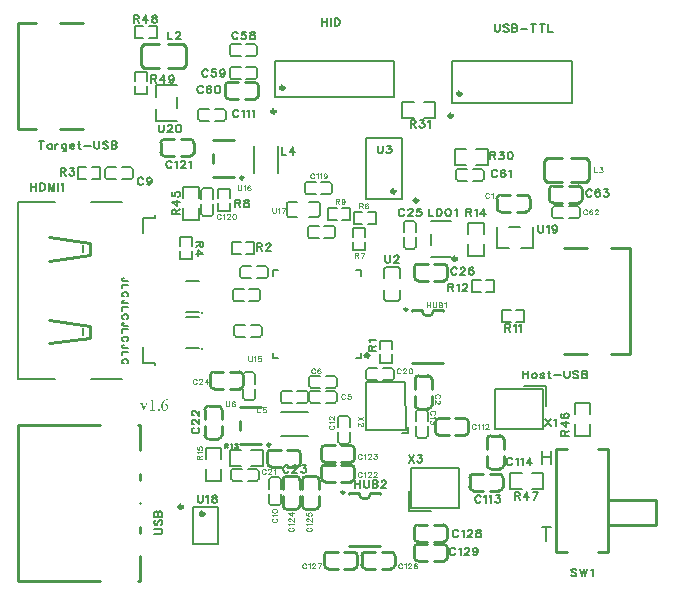
<source format=gto>
G04 Layer: TopSilkscreenLayer*
G04 EasyEDA Pro v2.1.63, 2024-06-10 19:41:30*
G04 Gerber Generator version 0.3*
G04 Scale: 100 percent, Rotated: No, Reflected: No*
G04 Dimensions in millimeters*
G04 Leading zeros omitted, absolute positions, 3 integers and 5 decimals*
%FSLAX35Y35*%
%MOMM*%
%ADD10C,0.203*%
%ADD11C,0.1524*%
%ADD12C,0.1016*%
%ADD13C,0.254*%
%ADD14C,0.2*%
%ADD15C,0.3*%
%ADD16C,0.20066*%
%ADD17C,0.1589*%
%ADD18C,0.15199*%
G75*


G04 Text Start*
G54D10*
G01X880110Y-2321052D02*
G01X840232Y-2321052D01*
G01X832612Y-2318512D01*
G01X830072Y-2315972D01*
G01X827786Y-2311146D01*
G01Y-2306066D01*
G01X830072Y-2301240D01*
G01X832612Y-2298700D01*
G01X840232Y-2296160D01*
G01X845058D01*
G01X880110Y-2353310D02*
G01X827786Y-2353310D01*
G01X827786Y-2353310D02*
G01X827786Y-2383282D01*
G01X867410Y-2452878D02*
G01X872490Y-2450338D01*
G01X877570Y-2445512D01*
G01X880110Y-2440432D01*
G01Y-2430526D01*
G01X877570Y-2425446D01*
G01X872490Y-2420620D01*
G01X867410Y-2418080D01*
G01X860044Y-2415540D01*
G01X847598D01*
G01X840232Y-2418080D01*
G01X835152Y-2420620D01*
G01X830072Y-2425446D01*
G01X827786Y-2430526D01*
G01Y-2440432D01*
G01X830072Y-2445512D01*
G01X835152Y-2450338D01*
G01X840232Y-2452878D01*
G01X880110Y-2510028D02*
G01X840232Y-2510028D01*
G01X832612Y-2507488D01*
G01X830072Y-2504948D01*
G01X827786Y-2500122D01*
G01Y-2495042D01*
G01X830072Y-2490216D01*
G01X832612Y-2487676D01*
G01X840232Y-2485136D01*
G01X845058D01*
G01X880110Y-2542286D02*
G01X827786Y-2542286D01*
G01X827786Y-2542286D02*
G01X827786Y-2572258D01*
G01X867410Y-2641854D02*
G01X872490Y-2639314D01*
G01X877570Y-2634488D01*
G01X880110Y-2629408D01*
G01Y-2619502D01*
G01X877570Y-2614422D01*
G01X872490Y-2609596D01*
G01X867410Y-2607056D01*
G01X860044Y-2604516D01*
G01X847598D01*
G01X840232Y-2607056D01*
G01X835152Y-2609596D01*
G01X830072Y-2614422D01*
G01X827786Y-2619502D01*
G01Y-2629408D01*
G01X830072Y-2634488D01*
G01X835152Y-2639314D01*
G01X840232Y-2641854D01*
G01X880110Y-2699004D02*
G01X840232Y-2699004D01*
G01X832612Y-2696464D01*
G01X830072Y-2693924D01*
G01X827786Y-2689098D01*
G01Y-2684018D01*
G01X830072Y-2679192D01*
G01X832612Y-2676652D01*
G01X840232Y-2674112D01*
G01X845058D01*
G01X880110Y-2731262D02*
G01X827786Y-2731262D01*
G01X827786Y-2731262D02*
G01X827786Y-2761234D01*
G01X867410Y-2830830D02*
G01X872490Y-2828290D01*
G01X877570Y-2823464D01*
G01X880110Y-2818384D01*
G01Y-2808478D01*
G01X877570Y-2803398D01*
G01X872490Y-2798572D01*
G01X867410Y-2796032D01*
G01X860044Y-2793492D01*
G01X847598D01*
G01X840232Y-2796032D01*
G01X835152Y-2798572D01*
G01X830072Y-2803398D01*
G01X827786Y-2808478D01*
G01Y-2818384D01*
G01X830072Y-2823464D01*
G01X835152Y-2828290D01*
G01X840232Y-2830830D01*
G01X880110Y-2887980D02*
G01X840232Y-2887980D01*
G01X832612Y-2885440D01*
G01X830072Y-2882900D01*
G01X827786Y-2878074D01*
G01Y-2872994D01*
G01X830072Y-2868168D01*
G01X832612Y-2865628D01*
G01X840232Y-2863088D01*
G01X845058D01*
G01X880110Y-2920238D02*
G01X827786Y-2920238D01*
G01X827786Y-2920238D02*
G01X827786Y-2950210D01*
G01X867410Y-3019806D02*
G01X872490Y-3017266D01*
G01X877570Y-3012440D01*
G01X880110Y-3007360D01*
G01Y-2997454D01*
G01X877570Y-2992374D01*
G01X872490Y-2987548D01*
G01X867410Y-2985008D01*
G01X860044Y-2982468D01*
G01X847598D01*
G01X840232Y-2985008D01*
G01X835152Y-2987548D01*
G01X830072Y-2992374D01*
G01X827786Y-2997454D01*
G01Y-3007360D01*
G01X830072Y-3012440D01*
G01X835152Y-3017266D01*
G01X840232Y-3019806D01*
G01X4378960Y-3756914D02*
G01X4378960Y-3874770D01*
G01X4457446Y-3756914D02*
G01X4457446Y-3874770D01*
G01X4378960Y-3813048D02*
G01X4457446Y-3813048D01*
G01X4419732Y-4403014D02*
G01X4419732Y-4520870D01*
G01X4380362Y-4403014D02*
G01X4458848Y-4403014D01*
G36*
G01X1212952Y-3323285D02*
G01X1210158Y-3323539D01*
G01X1206348Y-3323946D01*
G01X1203401Y-3324352D01*
G01X1201268Y-3325012D01*
G01X1198728Y-3325622D01*
G01X1194918Y-3326892D01*
G01X1193190Y-3327552D01*
G01X1189380Y-3329229D01*
G01X1187704Y-3330296D01*
G01X1185774Y-3331362D01*
G01X1184097Y-3332429D01*
G01X1182167Y-3333699D01*
G01X1180033Y-3335172D01*
G01X1178357Y-3336442D01*
G01X1176223Y-3338170D01*
G01X1173074Y-3341319D01*
G01X1171346Y-3343453D01*
G01X1170280Y-3344520D01*
G01X1167740Y-3347720D01*
G01X1166876Y-3349193D01*
G01X1165606Y-3351073D01*
G01X1164336Y-3353206D01*
G01X1162456Y-3357016D01*
G01X1161593Y-3358947D01*
G01X1160729Y-3361284D01*
G01X1159916Y-3363824D01*
G01X1159053Y-3366770D01*
G01X1158646Y-3369107D01*
G01X1158392Y-3370631D01*
G01X1157986Y-3373171D01*
G01X1157783Y-3376778D01*
G01X1157580Y-3379114D01*
G01Y-3380791D01*
G01X1157732Y-3382924D01*
G01X1170483D01*
G01X1170737Y-3376574D01*
G01X1171143Y-3374644D01*
G01X1171804Y-3372510D01*
G01X1172820Y-3370631D01*
G01X1174090Y-3369107D01*
G01X1175156Y-3368294D01*
G01X1176426Y-3367430D01*
G01X1178154Y-3366567D01*
G01X1180490Y-3365957D01*
G01X1182573Y-3365500D01*
G01X1186637Y-3365297D01*
G01X1190650Y-3365500D01*
G01X1192378Y-3365957D01*
G01X1194054Y-3366567D01*
G01X1195527Y-3367430D01*
G01X1196797Y-3368497D01*
G01X1197864Y-3369361D01*
G01X1198931Y-3370377D01*
G01X1199998Y-3371698D01*
G01X1200861Y-3372968D01*
G01X1202131Y-3375508D01*
G01X1202741Y-3376981D01*
G01X1203401Y-3378657D01*
G01X1204011Y-3380588D01*
G01X1204671Y-3383128D01*
G01X1205078Y-3385464D01*
G01X1205484Y-3388868D01*
G01X1205738Y-3393542D01*
G01X1205484Y-3398164D01*
G01X1205078Y-3401162D01*
G01X1204214Y-3404565D01*
G01X1203604Y-3406242D01*
G01X1202741Y-3408375D01*
G01X1201674Y-3410255D01*
G01X1200607Y-3411779D01*
G01X1199591Y-3412846D01*
G01X1198524Y-3413658D01*
G01X1197000Y-3414725D01*
G01X1194918Y-3415589D01*
G01X1193190Y-3415995D01*
G01X1189787Y-3416198D01*
G01X1186840Y-3415995D01*
G01X1185774Y-3415792D01*
G01X1184097Y-3415386D01*
G01X1182370Y-3414522D01*
G01X1180490Y-3413252D01*
G01X1178966Y-3411779D01*
G01X1178154Y-3410712D01*
G01X1177087Y-3409239D01*
G01X1176020Y-3407512D01*
G01X1175156Y-3405835D01*
G01X1174344Y-3403702D01*
G01X1173480Y-3401365D01*
G01X1172616Y-3398825D01*
G01X1172007Y-3396285D01*
G01X1171550Y-3394354D01*
G01X1170737Y-3389274D01*
G01X1170483Y-3382924D01*
G01X1157732D01*
G01X1157783Y-3384194D01*
G01X1157986Y-3387141D01*
G01X1158392Y-3390138D01*
G01X1159256Y-3393948D01*
G01X1159916Y-3395878D01*
G01X1160729Y-3397961D01*
G01X1161390Y-3399688D01*
G01X1161999Y-3401162D01*
G01X1162863Y-3402635D01*
G01X1164996Y-3406038D01*
G01X1166063Y-3407308D01*
G01X1167740Y-3409442D01*
G01X1170940Y-3412592D01*
G01X1172413Y-3413862D01*
G01X1175360Y-3415995D01*
G01X1177493Y-3417265D01*
G01X1179830Y-3418332D01*
G01X1183640Y-3419602D01*
G01X1185774Y-3420262D01*
G01X1189584Y-3420466D01*
G01X1193190Y-3420262D01*
G01X1195324Y-3419805D01*
G01X1197661Y-3419196D01*
G01X1199337Y-3418535D01*
G01X1200861Y-3417926D01*
G01X1202334Y-3417062D01*
G01X1204011Y-3415995D01*
G01X1205484Y-3414928D01*
G01X1209751Y-3410712D01*
G01X1210615Y-3409645D01*
G01X1211224Y-3408578D01*
G01X1212291Y-3407105D01*
G01X1213561Y-3404972D01*
G01X1214628Y-3402838D01*
G01X1215492Y-3400958D01*
G01X1216304Y-3398622D01*
G01X1217168Y-3395624D01*
G01X1217574Y-3393084D01*
G01X1217828Y-3391408D01*
G01X1218032Y-3386734D01*
G01X1217828Y-3382061D01*
G01X1217371Y-3379724D01*
G01X1216762Y-3377184D01*
G01X1216101Y-3375254D01*
G01X1215492Y-3373577D01*
G01X1214628Y-3371901D01*
G01X1213561Y-3369970D01*
G01X1212494Y-3368497D01*
G01X1209345Y-3365297D01*
G01X1208278Y-3364484D01*
G01X1206754Y-3363417D01*
G01X1205078Y-3362350D01*
G01X1203401Y-3361487D01*
G01X1201471Y-3360623D01*
G01X1199337Y-3360014D01*
G01X1197458Y-3359556D01*
G01X1194918Y-3359150D01*
G01X1191311Y-3358947D01*
G01X1188974Y-3359150D01*
G01X1185977Y-3359556D01*
G01X1184097Y-3360217D01*
G01X1181760Y-3361080D01*
G01X1179627Y-3361893D01*
G01X1177950Y-3362757D01*
G01X1176223Y-3363824D01*
G01X1174750Y-3364230D01*
G01X1174547Y-3362757D01*
G01X1175156Y-3360623D01*
G01X1175817Y-3358744D01*
G01X1176426Y-3357016D01*
G01X1178154Y-3353206D01*
G01X1178966Y-3351530D01*
G01X1179830Y-3350057D01*
G01X1180694Y-3348787D01*
G01X1181557Y-3347263D01*
G01X1182370Y-3345993D01*
G01X1184504Y-3343046D01*
G01X1185774Y-3341319D01*
G01X1187501Y-3339236D01*
G01X1190041Y-3336696D01*
G01X1192581Y-3334563D01*
G01X1193648Y-3333699D01*
G01X1194664Y-3333090D01*
G01X1195984Y-3332226D01*
G01X1197458Y-3331362D01*
G01X1200861Y-3329686D01*
G01X1202334Y-3329026D01*
G01X1204011Y-3328416D01*
G01X1208278Y-3327146D01*
G01X1210818Y-3326486D01*
G01X1213155Y-3326079D01*
G01X1214425Y-3325622D01*
G01X1214882Y-3325216D01*
G01X1215034Y-3324352D01*
G01Y-3323285D01*
G37*
G36*
G01X1088847Y-3325216D02*
G01X1087577Y-3325419D01*
G01X1080770Y-3328822D01*
G01X1077824Y-3330499D01*
G01X1064209Y-3337306D01*
G01X1063396Y-3338373D01*
G01Y-3338881D01*
G01X1063803Y-3339236D01*
G01X1065073Y-3338982D01*
G01X1066546Y-3338373D01*
G01X1068273Y-3337712D01*
G01X1070610Y-3337103D01*
G01X1073150Y-3336696D01*
G01X1075030Y-3336900D01*
G01X1076300Y-3337966D01*
G01X1077163Y-3340049D01*
G01X1077620Y-3375711D01*
G01X1077366Y-3410509D01*
G01X1076960Y-3411982D01*
G01X1075893Y-3413862D01*
G01X1074217Y-3415182D01*
G01X1072490Y-3415792D01*
G01X1070610Y-3416198D01*
G01X1068883Y-3416452D01*
G01X1065073Y-3416859D01*
G01X1064209Y-3417722D01*
G01X1064006Y-3418535D01*
G01X1083310Y-3418738D01*
G01X1097788Y-3418535D01*
G01X1102614Y-3417926D01*
G01X1102106Y-3417265D01*
G01X1100531Y-3417062D01*
G01X1097737Y-3416859D01*
G01X1094791Y-3416452D01*
G01X1092860Y-3415792D01*
G01X1091743Y-3415233D01*
G01X1090981Y-3414319D01*
G01X1090117Y-3412592D01*
G01X1089711Y-3410915D01*
G01X1089457Y-3367634D01*
G01X1089304Y-3335934D01*
G37*
G36*
G01X980440Y-3355543D02*
G01X980440Y-3356610D01*
G01X980694Y-3357423D01*
G01X981507Y-3357677D01*
G01X983437Y-3358083D01*
G01X985114Y-3358947D01*
G01X986587Y-3360420D01*
G01X987654Y-3361893D01*
G01X988517Y-3363163D01*
G01X989330Y-3364687D01*
G01X991057Y-3368497D01*
G01X992937Y-3372968D01*
G01X993597Y-3374644D01*
G01X994461Y-3376574D01*
G01X996137Y-3380791D01*
G01X997864Y-3384601D01*
G01X999541Y-3388868D01*
G01X1000404Y-3390748D01*
G01X1001217Y-3392881D01*
G01X1002081Y-3394812D01*
G01X1002741Y-3396285D01*
G01X1003351Y-3397961D01*
G01X1004214Y-3399892D01*
G01X1005891Y-3404108D01*
G01X1007618Y-3407969D01*
G01X1009294Y-3412185D01*
G01X1010158Y-3414116D01*
G01X1010971Y-3416198D01*
G01X1011834Y-3418129D01*
G01X1012698Y-3419399D01*
G01X1013206Y-3419805D01*
G01X1013968D01*
G01X1014628Y-3419450D01*
G01X1015035Y-3418738D01*
G01X1015644Y-3417062D01*
G01X1016508Y-3415182D01*
G01X1036015Y-3366364D01*
G01X1037742Y-3362554D01*
G01X1038758Y-3360623D01*
G01X1039825Y-3359353D01*
G01X1041095Y-3358540D01*
G01X1043229Y-3357677D01*
G01X1044194Y-3357118D01*
G01X1044499Y-3356407D01*
G01X1042060Y-3355746D01*
G01X1034745Y-3355543D01*
G01X1027430Y-3355746D01*
G01X1024992Y-3356407D01*
G01X1025246Y-3357067D01*
G01X1026058Y-3357474D01*
G01X1028598Y-3358083D01*
G01X1030529Y-3359150D01*
G01X1031342Y-3360623D01*
G01X1031799Y-3362350D01*
G01X1031545Y-3363824D01*
G01X1031138Y-3365500D01*
G01X1029259Y-3371240D01*
G01X1024992Y-3381858D01*
G01X1024128Y-3384194D01*
G01X1020724Y-3392678D01*
G01X1019912Y-3395015D01*
G01X1018184Y-3399231D01*
G01X1017372Y-3401162D01*
G01X1016914Y-3401466D01*
G01X1016508Y-3401162D01*
G01X1015848Y-3399688D01*
G01X1015238Y-3397961D01*
G01X1014374Y-3395878D01*
G01X1013562Y-3393948D01*
G01X1012901Y-3392475D01*
G01X1012241Y-3390748D01*
G01X1002081Y-3365297D01*
G01X1001420Y-3362554D01*
G01Y-3360014D01*
G01X1002741Y-3358744D01*
G01X1004621Y-3358083D01*
G01X1006094Y-3357880D01*
G01X1007161Y-3357474D01*
G01X1007618Y-3356407D01*
G01X1004214Y-3355746D01*
G01X994004Y-3355543D01*
G37*
G36*
G01X1139952Y-3405175D02*
G01X1137615Y-3405835D01*
G01X1135736Y-3407105D01*
G01X1134466Y-3408375D01*
G01X1133602Y-3409645D01*
G01X1132942Y-3411779D01*
G01Y-3414522D01*
G01X1133602Y-3416198D01*
G01X1134669Y-3417722D01*
G01X1135939Y-3418992D01*
G01X1137209Y-3419602D01*
G01X1138276Y-3420262D01*
G01X1140612Y-3420466D01*
G01X1143559Y-3419805D01*
G01X1145286Y-3418738D01*
G01X1146302Y-3417722D01*
G01X1147166Y-3416452D01*
G01X1147826Y-3414319D01*
G01X1148029Y-3411779D01*
G01X1147572Y-3410052D01*
G01X1146759Y-3408578D01*
G01X1145692Y-3407308D01*
G01X1144422Y-3406445D01*
G01X1142492Y-3405632D01*
G37*
G54D11*
G01X2522220Y-96266D02*
G01X2522220Y-161290D01*
G01X2565654Y-96266D02*
G01X2565654Y-161290D01*
G01X2522220Y-127254D02*
G01X2565654Y-127254D01*
G01X2595880Y-96266D02*
G01X2595880Y-161290D01*
G01X2626106Y-96266D02*
G01X2626106Y-161290D01*
G01X2626106Y-96266D02*
G01X2647696Y-96266D01*
G01X2656840Y-99314D01*
G01X2663190Y-105410D01*
G01X2666238Y-111760D01*
G01X2669286Y-120904D01*
G01Y-136398D01*
G01X2666238Y-145796D01*
G01X2663190Y-151892D01*
G01X2656840Y-158242D01*
G01X2647696Y-161290D01*
G01X2626106D01*
G01X3982720Y-147066D02*
G01X3982720Y-193548D01*
G01X3985768Y-202692D01*
G01X3992118Y-209042D01*
G01X4001262Y-212090D01*
G01X4007612D01*
G01X4016756Y-209042D01*
G01X4022852Y-202692D01*
G01X4026154Y-193548D01*
G01Y-147066D01*
G01X4099560Y-156210D02*
G01X4093464Y-150114D01*
G01X4084066Y-147066D01*
G01X4071620D01*
G01X4062476Y-150114D01*
G01X4056380Y-156210D01*
G01Y-162560D01*
G01X4059428Y-168656D01*
G01X4062476Y-171704D01*
G01X4068572Y-174752D01*
G01X4087114Y-181102D01*
G01X4093464Y-184150D01*
G01X4096512Y-187198D01*
G01X4099560Y-193548D01*
G01Y-202692D01*
G01X4093464Y-209042D01*
G01X4084066Y-212090D01*
G01X4071620D01*
G01X4062476Y-209042D01*
G01X4056380Y-202692D01*
G01X4129786Y-147066D02*
G01X4129786Y-212090D01*
G01X4129786Y-147066D02*
G01X4157472Y-147066D01*
G01X4166870Y-150114D01*
G01X4169918Y-153162D01*
G01X4172966Y-159512D01*
G01Y-165608D01*
G01X4169918Y-171704D01*
G01X4166870Y-174752D01*
G01X4157472Y-178054D01*
G01X4129786Y-178054D02*
G01X4157472Y-178054D01*
G01X4166870Y-181102D01*
G01X4169918Y-184150D01*
G01X4172966Y-190246D01*
G01Y-199644D01*
G01X4169918Y-205740D01*
G01X4166870Y-209042D01*
G01X4157472Y-212090D01*
G01X4129786D01*
G01X4203192Y-184150D02*
G01X4258818Y-184150D01*
G01X4310634Y-147066D02*
G01X4310634Y-212090D01*
G01X4289044Y-147066D02*
G01X4332224Y-147066D01*
G01X4384040Y-147066D02*
G01X4384040Y-212090D01*
G01X4362450Y-147066D02*
G01X4405630Y-147066D01*
G01X4435856Y-147066D02*
G01X4435856Y-212090D01*
G01X4435856Y-212090D02*
G01X4472940Y-212090D01*
G01X3944620Y-1226566D02*
G01X3944620Y-1291590D01*
G01X3944620Y-1226566D02*
G01X3972560Y-1226566D01*
G01X3981704Y-1229614D01*
G01X3984752Y-1232662D01*
G01X3988054Y-1239012D01*
G01Y-1245108D01*
G01X3984752Y-1251204D01*
G01X3981704Y-1254252D01*
G01X3972560Y-1257554D01*
G01X3944620D01*
G01X3966210Y-1257554D02*
G01X3988054Y-1291590D01*
G01X4024376Y-1226566D02*
G01X4058412Y-1226566D01*
G01X4039870Y-1251204D01*
G01X4049014D01*
G01X4055364Y-1254252D01*
G01X4058412Y-1257554D01*
G01X4061460Y-1266698D01*
G01Y-1273048D01*
G01X4058412Y-1282192D01*
G01X4052316Y-1288542D01*
G01X4042918Y-1291590D01*
G01X4033520D01*
G01X4024376Y-1288542D01*
G01X4021328Y-1285240D01*
G01X4018280Y-1279144D01*
G01X4110228Y-1226566D02*
G01X4100830Y-1229614D01*
G01X4094734Y-1239012D01*
G01X4091686Y-1254252D01*
G01Y-1263650D01*
G01X4094734Y-1279144D01*
G01X4100830Y-1288542D01*
G01X4110228Y-1291590D01*
G01X4116324D01*
G01X4125722Y-1288542D01*
G01X4131818Y-1279144D01*
G01X4134866Y-1263650D01*
G01Y-1254252D01*
G01X4131818Y-1239012D01*
G01X4125722Y-1229614D01*
G01X4116324Y-1226566D01*
G01X4110228D01*
G01X3271520Y-959866D02*
G01X3271520Y-1024890D01*
G01X3271520Y-959866D02*
G01X3299460Y-959866D01*
G01X3308604Y-962914D01*
G01X3311652Y-965962D01*
G01X3314954Y-972312D01*
G01Y-978408D01*
G01X3311652Y-984504D01*
G01X3308604Y-987552D01*
G01X3299460Y-990854D01*
G01X3271520D01*
G01X3293110Y-990854D02*
G01X3314954Y-1024890D01*
G01X3351276Y-959866D02*
G01X3385312Y-959866D01*
G01X3366770Y-984504D01*
G01X3375914D01*
G01X3382264Y-987552D01*
G01X3385312Y-990854D01*
G01X3388360Y-999998D01*
G01Y-1006348D01*
G01X3385312Y-1015492D01*
G01X3379216Y-1021842D01*
G01X3369818Y-1024890D01*
G01X3360420D01*
G01X3351276Y-1021842D01*
G01X3348228Y-1018540D01*
G01X3345180Y-1012444D01*
G01X3418586Y-972312D02*
G01X3424682Y-969010D01*
G01X3433826Y-959866D01*
G01Y-1024890D01*
G01X1214120Y-210566D02*
G01X1214120Y-275590D01*
G01X1214120Y-275590D02*
G01X1251204Y-275590D01*
G01X1284478Y-226060D02*
G01X1284478Y-223012D01*
G01X1287526Y-216662D01*
G01X1290574Y-213614D01*
G01X1296670Y-210566D01*
G01X1309116D01*
G01X1315466Y-213614D01*
G01X1318514Y-216662D01*
G01X1321562Y-223012D01*
G01Y-229108D01*
G01X1318514Y-235204D01*
G01X1312164Y-244602D01*
G01X1281430Y-275590D01*
G01X1324610D01*
G54D12*
G01X4823206Y-1359662D02*
G01X4823206Y-1402842D01*
G01X4823206Y-1402842D02*
G01X4848098Y-1402842D01*
G01X4872228Y-1359662D02*
G01X4895088Y-1359662D01*
G01X4882642Y-1376172D01*
G01X4888738D01*
G01X4893056Y-1378204D01*
G01X4895088Y-1380236D01*
G01X4897120Y-1386332D01*
G01Y-1390396D01*
G01X4895088Y-1396746D01*
G01X4890770Y-1400810D01*
G01X4884674Y-1402842D01*
G01X4878578D01*
G01X4872228Y-1400810D01*
G01X4870196Y-1398778D01*
G01X4868164Y-1394714D01*
G54D11*
G01X1552702Y-543560D02*
G01X1549654Y-537210D01*
G01X1543304Y-531114D01*
G01X1537208Y-528066D01*
G01X1524762D01*
G01X1518666Y-531114D01*
G01X1512316Y-537210D01*
G01X1509268Y-543560D01*
G01X1506220Y-552704D01*
G01Y-568198D01*
G01X1509268Y-577596D01*
G01X1512316Y-583692D01*
G01X1518666Y-590042D01*
G01X1524762Y-593090D01*
G01X1537208D01*
G01X1543304Y-590042D01*
G01X1549654Y-583692D01*
G01X1552702Y-577596D01*
G01X1620012Y-528066D02*
G01X1589024Y-528066D01*
G01X1585976Y-555752D01*
G01X1589024Y-552704D01*
G01X1598168Y-549656D01*
G01X1607566D01*
G01X1616964Y-552704D01*
G01X1623060Y-559054D01*
G01X1626108Y-568198D01*
G01Y-574548D01*
G01X1623060Y-583692D01*
G01X1616964Y-590042D01*
G01X1607566Y-593090D01*
G01X1598168D01*
G01X1589024Y-590042D01*
G01X1585976Y-586740D01*
G01X1582928Y-580644D01*
G01X1696466Y-549656D02*
G01X1693418Y-559054D01*
G01X1687068Y-565150D01*
G01X1677924Y-568198D01*
G01X1674876D01*
G01X1665478Y-565150D01*
G01X1659382Y-559054D01*
G01X1656334Y-549656D01*
G01Y-546608D01*
G01X1659382Y-537210D01*
G01X1665478Y-531114D01*
G01X1674876Y-528066D01*
G01X1677924D01*
G01X1687068Y-531114D01*
G01X1693418Y-537210D01*
G01X1696466Y-549656D01*
G01Y-565150D01*
G01X1693418Y-580644D01*
G01X1687068Y-590042D01*
G01X1677924Y-593090D01*
G01X1671574D01*
G01X1662430Y-590042D01*
G01X1659382Y-583692D01*
G01X4003802Y-1394460D02*
G01X4000754Y-1388110D01*
G01X3994404Y-1382014D01*
G01X3988308Y-1378966D01*
G01X3975862D01*
G01X3969766Y-1382014D01*
G01X3963416Y-1388110D01*
G01X3960368Y-1394460D01*
G01X3957320Y-1403604D01*
G01Y-1419098D01*
G01X3960368Y-1428496D01*
G01X3963416Y-1434592D01*
G01X3969766Y-1440942D01*
G01X3975862Y-1443990D01*
G01X3988308D01*
G01X3994404Y-1440942D01*
G01X4000754Y-1434592D01*
G01X4003802Y-1428496D01*
G01X4071112Y-1388110D02*
G01X4068064Y-1382014D01*
G01X4058666Y-1378966D01*
G01X4052570D01*
G01X4043172Y-1382014D01*
G01X4037076Y-1391412D01*
G01X4034028Y-1406652D01*
G01Y-1422146D01*
G01X4037076Y-1434592D01*
G01X4043172Y-1440942D01*
G01X4052570Y-1443990D01*
G01X4055618D01*
G01X4064762Y-1440942D01*
G01X4071112Y-1434592D01*
G01X4074160Y-1425448D01*
G01Y-1422146D01*
G01X4071112Y-1413002D01*
G01X4064762Y-1406652D01*
G01X4055618Y-1403604D01*
G01X4052570D01*
G01X4043172Y-1406652D01*
G01X4037076Y-1413002D01*
G01X4034028Y-1422146D01*
G01X4104386Y-1391412D02*
G01X4110482Y-1388110D01*
G01X4119626Y-1378966D01*
G01Y-1443990D01*
G54D12*
G01X4763008Y-1725422D02*
G01X4760976Y-1721358D01*
G01X4756912Y-1717294D01*
G01X4752594Y-1715262D01*
G01X4744466D01*
G01X4740402Y-1717294D01*
G01X4736084Y-1721358D01*
G01X4734052Y-1725422D01*
G01X4732020Y-1731772D01*
G01Y-1741932D01*
G01X4734052Y-1748282D01*
G01X4736084Y-1752346D01*
G01X4740402Y-1756410D01*
G01X4744466Y-1758442D01*
G01X4752594D01*
G01X4756912Y-1756410D01*
G01X4760976Y-1752346D01*
G01X4763008Y-1748282D01*
G01X4807966Y-1721358D02*
G01X4805680Y-1717294D01*
G01X4799584Y-1715262D01*
G01X4795520D01*
G01X4789170Y-1717294D01*
G01X4785106Y-1723390D01*
G01X4783074Y-1733804D01*
G01Y-1743964D01*
G01X4785106Y-1752346D01*
G01X4789170Y-1756410D01*
G01X4795520Y-1758442D01*
G01X4797552D01*
G01X4803648Y-1756410D01*
G01X4807966Y-1752346D01*
G01X4809998Y-1745996D01*
G01Y-1743964D01*
G01X4807966Y-1737868D01*
G01X4803648Y-1733804D01*
G01X4797552Y-1731772D01*
G01X4795520D01*
G01X4789170Y-1733804D01*
G01X4785106Y-1737868D01*
G01X4783074Y-1743964D01*
G01X4832096Y-1725422D02*
G01X4832096Y-1723390D01*
G01X4834128Y-1719326D01*
G01X4836160Y-1717294D01*
G01X4840478Y-1715262D01*
G01X4848606D01*
G01X4852670Y-1717294D01*
G01X4854956Y-1719326D01*
G01X4856988Y-1723390D01*
G01Y-1727454D01*
G01X4854956Y-1731772D01*
G01X4850638Y-1737868D01*
G01X4830064Y-1758442D01*
G01X4859020D01*
G54D11*
G01X1811782Y-886460D02*
G01X1808734Y-880110D01*
G01X1802384Y-874014D01*
G01X1796288Y-870966D01*
G01X1783842D01*
G01X1777746Y-874014D01*
G01X1771396Y-880110D01*
G01X1768348Y-886460D01*
G01X1765300Y-895604D01*
G01Y-911098D01*
G01X1768348Y-920496D01*
G01X1771396Y-926592D01*
G01X1777746Y-932942D01*
G01X1783842Y-935990D01*
G01X1796288D01*
G01X1802384Y-932942D01*
G01X1808734Y-926592D01*
G01X1811782Y-920496D01*
G01X1842008Y-883412D02*
G01X1848104Y-880110D01*
G01X1857248Y-870966D01*
G01Y-935990D01*
G01X1887474Y-883412D02*
G01X1893570Y-880110D01*
G01X1902714Y-870966D01*
G01Y-935990D01*
G01X1932940Y-883412D02*
G01X1939036Y-880110D01*
G01X1948180Y-870966D01*
G01Y-935990D01*
G54D12*
G01X3934968Y-1585722D02*
G01X3932936Y-1581658D01*
G01X3928872Y-1577594D01*
G01X3924554Y-1575562D01*
G01X3916426D01*
G01X3912362Y-1577594D01*
G01X3908044Y-1581658D01*
G01X3906012Y-1585722D01*
G01X3903980Y-1592072D01*
G01Y-1602232D01*
G01X3906012Y-1608582D01*
G01X3908044Y-1612646D01*
G01X3912362Y-1616710D01*
G01X3916426Y-1618742D01*
G01X3924554D01*
G01X3928872Y-1616710D01*
G01X3932936Y-1612646D01*
G01X3934968Y-1608582D01*
G01X3955034Y-1583690D02*
G01X3959098Y-1581658D01*
G01X3965448Y-1575562D01*
G01Y-1618742D01*
G01X3408680Y-2502662D02*
G01X3408680Y-2545842D01*
G01X3437636Y-2502662D02*
G01X3437636Y-2545842D01*
G01X3408680Y-2523236D02*
G01X3437636Y-2523236D01*
G01X3457702Y-2502662D02*
G01X3457702Y-2533396D01*
G01X3459734Y-2539746D01*
G01X3463798Y-2543810D01*
G01X3470148Y-2545842D01*
G01X3474212D01*
G01X3480308Y-2543810D01*
G01X3484626Y-2539746D01*
G01X3486658Y-2533396D01*
G01Y-2502662D01*
G01X3506724Y-2502662D02*
G01X3506724Y-2545842D01*
G01X3506724Y-2502662D02*
G01X3525266Y-2502662D01*
G01X3531616Y-2504694D01*
G01X3533648Y-2506726D01*
G01X3535680Y-2510790D01*
G01Y-2514854D01*
G01X3533648Y-2519172D01*
G01X3531616Y-2521204D01*
G01X3525266Y-2523236D01*
G01X3506724Y-2523236D02*
G01X3525266Y-2523236D01*
G01X3531616Y-2525268D01*
G01X3533648Y-2527300D01*
G01X3535680Y-2531364D01*
G01Y-2537714D01*
G01X3533648Y-2541778D01*
G01X3531616Y-2543810D01*
G01X3525266Y-2545842D01*
G01X3506724D01*
G01X3555746Y-2510790D02*
G01X3559810Y-2508758D01*
G01X3566160Y-2502662D01*
G01Y-2545842D01*
G01X3820668Y-3541522D02*
G01X3818636Y-3537458D01*
G01X3814572Y-3533394D01*
G01X3810254Y-3531362D01*
G01X3802126D01*
G01X3798062Y-3533394D01*
G01X3793744Y-3537458D01*
G01X3791712Y-3541522D01*
G01X3789680Y-3547872D01*
G01Y-3558032D01*
G01X3791712Y-3564382D01*
G01X3793744Y-3568446D01*
G01X3798062Y-3572510D01*
G01X3802126Y-3574542D01*
G01X3810254D01*
G01X3814572Y-3572510D01*
G01X3818636Y-3568446D01*
G01X3820668Y-3564382D01*
G01X3840734Y-3539490D02*
G01X3844798Y-3537458D01*
G01X3851148Y-3531362D01*
G01Y-3574542D01*
G01X3871214Y-3539490D02*
G01X3875278Y-3537458D01*
G01X3881628Y-3531362D01*
G01Y-3574542D01*
G01X3903726Y-3541522D02*
G01X3903726Y-3539490D01*
G01X3905758Y-3535426D01*
G01X3907790Y-3533394D01*
G01X3912108Y-3531362D01*
G01X3920236D01*
G01X3924300Y-3533394D01*
G01X3926586Y-3535426D01*
G01X3928618Y-3539490D01*
G01Y-3543554D01*
G01X3926586Y-3547872D01*
G01X3922268Y-3553968D01*
G01X3901694Y-3574542D01*
G01X3930650D01*
G01X3506978Y-3312668D02*
G01X3511042Y-3310636D01*
G01X3515106Y-3306572D01*
G01X3517138Y-3302254D01*
G01Y-3294126D01*
G01X3515106Y-3290062D01*
G01X3511042Y-3285744D01*
G01X3506978Y-3283712D01*
G01X3500628Y-3281680D01*
G01X3490468D01*
G01X3484118Y-3283712D01*
G01X3480054Y-3285744D01*
G01X3475990Y-3290062D01*
G01X3473958Y-3294126D01*
G01Y-3302254D01*
G01X3475990Y-3306572D01*
G01X3480054Y-3310636D01*
G01X3484118Y-3312668D01*
G01X3506978Y-3334766D02*
G01X3509010Y-3334766D01*
G01X3513074Y-3336798D01*
G01X3515106Y-3338830D01*
G01X3517138Y-3343148D01*
G01Y-3351276D01*
G01X3515106Y-3355340D01*
G01X3513074Y-3357626D01*
G01X3509010Y-3359658D01*
G01X3504946D01*
G01X3500628Y-3357626D01*
G01X3494532Y-3353308D01*
G01X3473958Y-3332734D01*
G01Y-3361690D01*
G54D11*
G01X3864102Y-4150360D02*
G01X3861054Y-4144010D01*
G01X3854704Y-4137914D01*
G01X3848608Y-4134866D01*
G01X3836162D01*
G01X3830066Y-4137914D01*
G01X3823716Y-4144010D01*
G01X3820668Y-4150360D01*
G01X3817620Y-4159504D01*
G01Y-4174998D01*
G01X3820668Y-4184396D01*
G01X3823716Y-4190492D01*
G01X3830066Y-4196842D01*
G01X3836162Y-4199890D01*
G01X3848608D01*
G01X3854704Y-4196842D01*
G01X3861054Y-4190492D01*
G01X3864102Y-4184396D01*
G01X3894328Y-4147312D02*
G01X3900424Y-4144010D01*
G01X3909568Y-4134866D01*
G01Y-4199890D01*
G01X3939794Y-4147312D02*
G01X3945890Y-4144010D01*
G01X3955034Y-4134866D01*
G01Y-4199890D01*
G01X3991356Y-4134866D02*
G01X4025392Y-4134866D01*
G01X4006850Y-4159504D01*
G01X4015994D01*
G01X4022344Y-4162552D01*
G01X4025392Y-4165854D01*
G01X4028440Y-4174998D01*
G01Y-4181348D01*
G01X4025392Y-4190492D01*
G01X4019296Y-4196842D01*
G01X4009898Y-4199890D01*
G01X4000500D01*
G01X3991356Y-4196842D01*
G01X3988308Y-4193540D01*
G01X3985260Y-4187444D01*
G01X4130802Y-3832860D02*
G01X4127754Y-3826510D01*
G01X4121404Y-3820414D01*
G01X4115308Y-3817366D01*
G01X4102862D01*
G01X4096766Y-3820414D01*
G01X4090416Y-3826510D01*
G01X4087368Y-3832860D01*
G01X4084320Y-3842004D01*
G01Y-3857498D01*
G01X4087368Y-3866896D01*
G01X4090416Y-3872992D01*
G01X4096766Y-3879342D01*
G01X4102862Y-3882390D01*
G01X4115308D01*
G01X4121404Y-3879342D01*
G01X4127754Y-3872992D01*
G01X4130802Y-3866896D01*
G01X4161028Y-3829812D02*
G01X4167124Y-3826510D01*
G01X4176268Y-3817366D01*
G01Y-3882390D01*
G01X4206494Y-3829812D02*
G01X4212590Y-3826510D01*
G01X4221734Y-3817366D01*
G01Y-3882390D01*
G01X4282694Y-3817366D02*
G01X4251960Y-3860546D01*
G01X4298188D01*
G01X4282694Y-3817366D02*
G01X4282694Y-3882390D01*
G01X4411980Y-3487166D02*
G01X4455414Y-3552190D01*
G01X4455414Y-3487166D02*
G01X4411980Y-3552190D01*
G01X4485640Y-3499612D02*
G01X4491736Y-3496310D01*
G01X4500880Y-3487166D01*
G01Y-3552190D01*
G01X4071620Y-2687066D02*
G01X4071620Y-2752090D01*
G01X4071620Y-2687066D02*
G01X4099560Y-2687066D01*
G01X4108704Y-2690114D01*
G01X4111752Y-2693162D01*
G01X4115054Y-2699512D01*
G01Y-2705608D01*
G01X4111752Y-2711704D01*
G01X4108704Y-2714752D01*
G01X4099560Y-2718054D01*
G01X4071620D01*
G01X4093210Y-2718054D02*
G01X4115054Y-2752090D01*
G01X4145280Y-2699512D02*
G01X4151376Y-2696210D01*
G01X4160520Y-2687066D01*
G01Y-2752090D01*
G01X4190746Y-2699512D02*
G01X4196842Y-2696210D01*
G01X4205986Y-2687066D01*
G01Y-2752090D01*
G01X3589274Y-2344166D02*
G01X3589274Y-2409190D01*
G01X3589274Y-2344166D02*
G01X3617214Y-2344166D01*
G01X3626358Y-2347214D01*
G01X3629406Y-2350262D01*
G01X3632708Y-2356612D01*
G01Y-2362708D01*
G01X3629406Y-2368804D01*
G01X3626358Y-2371852D01*
G01X3617214Y-2375154D01*
G01X3589274D01*
G01X3610864Y-2375154D02*
G01X3632708Y-2409190D01*
G01X3662934Y-2356612D02*
G01X3669030Y-2353310D01*
G01X3678174Y-2344166D01*
G01Y-2409190D01*
G01X3711448Y-2359660D02*
G01X3711448Y-2356612D01*
G01X3714496Y-2350262D01*
G01X3717544Y-2347214D01*
G01X3723640Y-2344166D01*
G01X3736086D01*
G01X3742436Y-2347214D01*
G01X3745484Y-2350262D01*
G01X3748532Y-2356612D01*
G01Y-2362708D01*
G01X3745484Y-2368804D01*
G01X3739134Y-2378202D01*
G01X3708400Y-2409190D01*
G01X3751580D01*
G54D12*
G01X1897634Y-2959862D02*
G01X1897634Y-2990596D01*
G01X1899666Y-2996946D01*
G01X1903730Y-3001010D01*
G01X1910080Y-3003042D01*
G01X1914144D01*
G01X1920240Y-3001010D01*
G01X1924558Y-2996946D01*
G01X1926590Y-2990596D01*
G01Y-2959862D01*
G01X1946656Y-2967990D02*
G01X1950720Y-2965958D01*
G01X1957070Y-2959862D01*
G01Y-3003042D01*
G01X2002028Y-2959862D02*
G01X1981200Y-2959862D01*
G01X1979168Y-2978404D01*
G01X1981200Y-2976372D01*
G01X1987550Y-2974086D01*
G01X1993646D01*
G01X1999742Y-2976372D01*
G01X2004060Y-2980436D01*
G01X2006092Y-2986532D01*
G01Y-2990596D01*
G01X2004060Y-2996946D01*
G01X1999742Y-3001010D01*
G01X1993646Y-3003042D01*
G01X1987550D01*
G01X1981200Y-3001010D01*
G01X1979168Y-2998978D01*
G01X1977136Y-2994914D01*
G54D11*
G01X58420Y-1493266D02*
G01X58420Y-1558290D01*
G01X101854Y-1493266D02*
G01X101854Y-1558290D01*
G01X58420Y-1524254D02*
G01X101854Y-1524254D01*
G01X132080Y-1493266D02*
G01X132080Y-1558290D01*
G01X132080Y-1493266D02*
G01X153670Y-1493266D01*
G01X162814Y-1496314D01*
G01X169164Y-1502410D01*
G01X172212Y-1508760D01*
G01X175260Y-1517904D01*
G01Y-1533398D01*
G01X172212Y-1542796D01*
G01X169164Y-1548892D01*
G01X162814Y-1555242D01*
G01X153670Y-1558290D01*
G01X132080D01*
G01X205486Y-1493266D02*
G01X205486Y-1558290D01*
G01X205486Y-1493266D02*
G01X230124Y-1558290D01*
G01X255016Y-1493266D02*
G01X230124Y-1558290D01*
G01X255016Y-1493266D02*
G01X255016Y-1558290D01*
G01X285242Y-1493266D02*
G01X285242Y-1558290D01*
G01X315468Y-1505712D02*
G01X321564Y-1502410D01*
G01X330708Y-1493266D01*
G01Y-1558290D01*
G54D12*
G01X2869438Y-3472180D02*
G01X2826258Y-3501136D01*
G01X2869438Y-3501136D02*
G01X2826258Y-3472180D01*
G01X2859278Y-3523234D02*
G01X2861310Y-3523234D01*
G01X2865374Y-3525266D01*
G01X2867406Y-3527298D01*
G01X2869438Y-3531616D01*
G01Y-3539744D01*
G01X2867406Y-3543808D01*
G01X2865374Y-3546094D01*
G01X2861310Y-3548126D01*
G01X2857246D01*
G01X2852928Y-3546094D01*
G01X2846832Y-3541776D01*
G01X2826258Y-3521202D01*
G01Y-3550158D01*
G54D11*
G01X2992120Y-1175766D02*
G01X2992120Y-1222248D01*
G01X2995168Y-1231392D01*
G01X3001518Y-1237742D01*
G01X3010662Y-1240790D01*
G01X3017012D01*
G01X3026156Y-1237742D01*
G01X3032252Y-1231392D01*
G01X3035554Y-1222248D01*
G01Y-1175766D01*
G01X3071876Y-1175766D02*
G01X3105912Y-1175766D01*
G01X3087370Y-1200404D01*
G01X3096514D01*
G01X3102864Y-1203452D01*
G01X3105912Y-1206754D01*
G01X3108960Y-1215898D01*
G01Y-1222248D01*
G01X3105912Y-1231392D01*
G01X3099816Y-1237742D01*
G01X3090418Y-1240790D01*
G01X3081020D01*
G01X3071876Y-1237742D01*
G01X3068828Y-1234440D01*
G01X3065780Y-1228344D01*
G01X1006602Y-1457960D02*
G01X1003554Y-1451610D01*
G01X997204Y-1445514D01*
G01X991108Y-1442466D01*
G01X978662D01*
G01X972566Y-1445514D01*
G01X966216Y-1451610D01*
G01X963168Y-1457960D01*
G01X960120Y-1467104D01*
G01Y-1482598D01*
G01X963168Y-1491996D01*
G01X966216Y-1498092D01*
G01X972566Y-1504442D01*
G01X978662Y-1507490D01*
G01X991108D01*
G01X997204Y-1504442D01*
G01X1003554Y-1498092D01*
G01X1006602Y-1491996D01*
G01X1076960Y-1464056D02*
G01X1073912Y-1473454D01*
G01X1067562Y-1479550D01*
G01X1058418Y-1482598D01*
G01X1055370D01*
G01X1045972Y-1479550D01*
G01X1039876Y-1473454D01*
G01X1036828Y-1464056D01*
G01Y-1461008D01*
G01X1039876Y-1451610D01*
G01X1045972Y-1445514D01*
G01X1055370Y-1442466D01*
G01X1058418D01*
G01X1067562Y-1445514D01*
G01X1073912Y-1451610D01*
G01X1076960Y-1464056D01*
G01Y-1479550D01*
G01X1073912Y-1495044D01*
G01X1067562Y-1504442D01*
G01X1058418Y-1507490D01*
G01X1052068D01*
G01X1042924Y-1504442D01*
G01X1039876Y-1498092D01*
G54D12*
G01X2715768Y-3287522D02*
G01X2713736Y-3283458D01*
G01X2709672Y-3279394D01*
G01X2705354Y-3277362D01*
G01X2697226D01*
G01X2693162Y-3279394D01*
G01X2688844Y-3283458D01*
G01X2686812Y-3287522D01*
G01X2684780Y-3293872D01*
G01Y-3304032D01*
G01X2686812Y-3310382D01*
G01X2688844Y-3314446D01*
G01X2693162Y-3318510D01*
G01X2697226Y-3320542D01*
G01X2705354D01*
G01X2709672Y-3318510D01*
G01X2713736Y-3314446D01*
G01X2715768Y-3310382D01*
G01X2760726Y-3277362D02*
G01X2739898Y-3277362D01*
G01X2737866Y-3295904D01*
G01X2739898Y-3293872D01*
G01X2746248Y-3291586D01*
G01X2752344D01*
G01X2758440Y-3293872D01*
G01X2762758Y-3297936D01*
G01X2764790Y-3304032D01*
G01Y-3308096D01*
G01X2762758Y-3314446D01*
G01X2758440Y-3318510D01*
G01X2752344Y-3320542D01*
G01X2746248D01*
G01X2739898Y-3318510D01*
G01X2737866Y-3316478D01*
G01X2735834Y-3312414D01*
G01X2461768Y-3071622D02*
G01X2459736Y-3067558D01*
G01X2455672Y-3063494D01*
G01X2451354Y-3061462D01*
G01X2443226D01*
G01X2439162Y-3063494D01*
G01X2434844Y-3067558D01*
G01X2432812Y-3071622D01*
G01X2430780Y-3077972D01*
G01Y-3088132D01*
G01X2432812Y-3094482D01*
G01X2434844Y-3098546D01*
G01X2439162Y-3102610D01*
G01X2443226Y-3104642D01*
G01X2451354D01*
G01X2455672Y-3102610D01*
G01X2459736Y-3098546D01*
G01X2461768Y-3094482D01*
G01X2506726Y-3067558D02*
G01X2504440Y-3063494D01*
G01X2498344Y-3061462D01*
G01X2494280D01*
G01X2487930Y-3063494D01*
G01X2483866Y-3069590D01*
G01X2481834Y-3080004D01*
G01Y-3090164D01*
G01X2483866Y-3098546D01*
G01X2487930Y-3102610D01*
G01X2494280Y-3104642D01*
G01X2496312D01*
G01X2502408Y-3102610D01*
G01X2506726Y-3098546D01*
G01X2508758Y-3092196D01*
G01Y-3090164D01*
G01X2506726Y-3084068D01*
G01X2502408Y-3080004D01*
G01X2496312Y-3077972D01*
G01X2494280D01*
G01X2487930Y-3080004D01*
G01X2483866Y-3084068D01*
G01X2481834Y-3090164D01*
G01X2106422Y-4332732D02*
G01X2102358Y-4334764D01*
G01X2098294Y-4338828D01*
G01X2096262Y-4343146D01*
G01Y-4351274D01*
G01X2098294Y-4355338D01*
G01X2102358Y-4359656D01*
G01X2106422Y-4361688D01*
G01X2112772Y-4363720D01*
G01X2122932D01*
G01X2129282Y-4361688D01*
G01X2133346Y-4359656D01*
G01X2137410Y-4355338D01*
G01X2139442Y-4351274D01*
G01Y-4343146D01*
G01X2137410Y-4338828D01*
G01X2133346Y-4334764D01*
G01X2129282Y-4332732D01*
G01X2104390Y-4312666D02*
G01X2102358Y-4308602D01*
G01X2096262Y-4302252D01*
G01X2139442D01*
G01X2096262Y-4269740D02*
G01X2098294Y-4276090D01*
G01X2104390Y-4280154D01*
G01X2114804Y-4282186D01*
G01X2120900D01*
G01X2131314Y-4280154D01*
G01X2137410Y-4276090D01*
G01X2139442Y-4269740D01*
G01Y-4265676D01*
G01X2137410Y-4259580D01*
G01X2131314Y-4255262D01*
G01X2120900Y-4253230D01*
G01X2114804D01*
G01X2104390Y-4255262D01*
G01X2098294Y-4259580D01*
G01X2096262Y-4265676D01*
G01Y-4269740D01*
G01X2589022Y-3545332D02*
G01X2584958Y-3547364D01*
G01X2580894Y-3551428D01*
G01X2578862Y-3555746D01*
G01Y-3563874D01*
G01X2580894Y-3567938D01*
G01X2584958Y-3572256D01*
G01X2589022Y-3574288D01*
G01X2595372Y-3576320D01*
G01X2605532D01*
G01X2611882Y-3574288D01*
G01X2615946Y-3572256D01*
G01X2620010Y-3567938D01*
G01X2622042Y-3563874D01*
G01Y-3555746D01*
G01X2620010Y-3551428D01*
G01X2615946Y-3547364D01*
G01X2611882Y-3545332D01*
G01X2586990Y-3525266D02*
G01X2584958Y-3521202D01*
G01X2578862Y-3514852D01*
G01X2622042D01*
G01X2589022Y-3492754D02*
G01X2586990Y-3492754D01*
G01X2582926Y-3490722D01*
G01X2580894Y-3488690D01*
G01X2578862Y-3484372D01*
G01Y-3476244D01*
G01X2580894Y-3472180D01*
G01X2582926Y-3469894D01*
G01X2586990Y-3467862D01*
G01X2591054D01*
G01X2595372Y-3469894D01*
G01X2601468Y-3474212D01*
G01X2622042Y-3494786D01*
G01Y-3465830D01*
G01X2452370Y-1420622D02*
G01X2450338Y-1416558D01*
G01X2446274Y-1412494D01*
G01X2441956Y-1410462D01*
G01X2433828D01*
G01X2429764Y-1412494D01*
G01X2425446Y-1416558D01*
G01X2423414Y-1420622D01*
G01X2421382Y-1426972D01*
G01Y-1437132D01*
G01X2423414Y-1443482D01*
G01X2425446Y-1447546D01*
G01X2429764Y-1451610D01*
G01X2433828Y-1453642D01*
G01X2441956D01*
G01X2446274Y-1451610D01*
G01X2450338Y-1447546D01*
G01X2452370Y-1443482D01*
G01X2472436Y-1418590D02*
G01X2476500Y-1416558D01*
G01X2482850Y-1410462D01*
G01Y-1453642D01*
G01X2502916Y-1418590D02*
G01X2506980Y-1416558D01*
G01X2513330Y-1410462D01*
G01Y-1453642D01*
G01X2560320Y-1424686D02*
G01X2558288Y-1431036D01*
G01X2553970Y-1435100D01*
G01X2547874Y-1437132D01*
G01X2545842D01*
G01X2539492Y-1435100D01*
G01X2535428Y-1431036D01*
G01X2533396Y-1424686D01*
G01Y-1422654D01*
G01X2535428Y-1416558D01*
G01X2539492Y-1412494D01*
G01X2545842Y-1410462D01*
G01X2547874D01*
G01X2553970Y-1412494D01*
G01X2558288Y-1416558D01*
G01X2560320Y-1424686D01*
G01Y-1435100D01*
G01X2558288Y-1445514D01*
G01X2553970Y-1451610D01*
G01X2547874Y-1453642D01*
G01X2543810D01*
G01X2537460Y-1451610D01*
G01X2535428Y-1447546D01*
G01X3468878Y-3452368D02*
G01X3472942Y-3450336D01*
G01X3477006Y-3446272D01*
G01X3479038Y-3441954D01*
G01Y-3433826D01*
G01X3477006Y-3429762D01*
G01X3472942Y-3425444D01*
G01X3468878Y-3423412D01*
G01X3462528Y-3421380D01*
G01X3452368D01*
G01X3446018Y-3423412D01*
G01X3441954Y-3425444D01*
G01X3437890Y-3429762D01*
G01X3435858Y-3433826D01*
G01Y-3441954D01*
G01X3437890Y-3446272D01*
G01X3441954Y-3450336D01*
G01X3446018Y-3452368D01*
G01X3470910Y-3472434D02*
G01X3472942Y-3476498D01*
G01X3479038Y-3482848D01*
G01X3435858D01*
G01X3479038Y-3506978D02*
G01X3479038Y-3529838D01*
G01X3462528Y-3517392D01*
G01Y-3523488D01*
G01X3460496Y-3527806D01*
G01X3458464Y-3529838D01*
G01X3452368Y-3531870D01*
G01X3448304D01*
G01X3441954Y-3529838D01*
G01X3437890Y-3525520D01*
G01X3435858Y-3519424D01*
G01Y-3513328D01*
G01X3437890Y-3506978D01*
G01X3439922Y-3504946D01*
G01X3443986Y-3502914D01*
G01X3185668Y-3071622D02*
G01X3183636Y-3067558D01*
G01X3179572Y-3063494D01*
G01X3175254Y-3061462D01*
G01X3167126D01*
G01X3163062Y-3063494D01*
G01X3158744Y-3067558D01*
G01X3156712Y-3071622D01*
G01X3154680Y-3077972D01*
G01Y-3088132D01*
G01X3156712Y-3094482D01*
G01X3158744Y-3098546D01*
G01X3163062Y-3102610D01*
G01X3167126Y-3104642D01*
G01X3175254D01*
G01X3179572Y-3102610D01*
G01X3183636Y-3098546D01*
G01X3185668Y-3094482D01*
G01X3207766Y-3071622D02*
G01X3207766Y-3069590D01*
G01X3209798Y-3065526D01*
G01X3211830Y-3063494D01*
G01X3216148Y-3061462D01*
G01X3224276D01*
G01X3228340Y-3063494D01*
G01X3230626Y-3065526D01*
G01X3232658Y-3069590D01*
G01Y-3073654D01*
G01X3230626Y-3077972D01*
G01X3226308Y-3084068D01*
G01X3205734Y-3104642D01*
G01X3234690D01*
G01X3267202Y-3061462D02*
G01X3260852Y-3063494D01*
G01X3256788Y-3069590D01*
G01X3254756Y-3080004D01*
G01Y-3086100D01*
G01X3256788Y-3096514D01*
G01X3260852Y-3102610D01*
G01X3267202Y-3104642D01*
G01X3271266D01*
G01X3277362Y-3102610D01*
G01X3281680Y-3096514D01*
G01X3283712Y-3086100D01*
G01Y-3080004D01*
G01X3281680Y-3069590D01*
G01X3277362Y-3063494D01*
G01X3271266Y-3061462D01*
G01X3267202D01*
G54D11*
G01X1971040Y-2001266D02*
G01X1971040Y-2066290D01*
G01X1971040Y-2001266D02*
G01X1998980Y-2001266D01*
G01X2008124Y-2004314D01*
G01X2011172Y-2007362D01*
G01X2014474Y-2013712D01*
G01Y-2019808D01*
G01X2011172Y-2025904D01*
G01X2008124Y-2028952D01*
G01X1998980Y-2032254D01*
G01X1971040D01*
G01X1992630Y-2032254D02*
G01X2014474Y-2066290D01*
G01X2047748Y-2016760D02*
G01X2047748Y-2013712D01*
G01X2050796Y-2007362D01*
G01X2053844Y-2004314D01*
G01X2059940Y-2001266D01*
G01X2072386D01*
G01X2078736Y-2004314D01*
G01X2081784Y-2007362D01*
G01X2084832Y-2013712D01*
G01Y-2019808D01*
G01X2081784Y-2025904D01*
G01X2075434Y-2035302D01*
G01X2044700Y-2066290D01*
G01X2087880D01*
G01X307340Y-1366266D02*
G01X307340Y-1431290D01*
G01X307340Y-1366266D02*
G01X335280Y-1366266D01*
G01X344424Y-1369314D01*
G01X347472Y-1372362D01*
G01X350774Y-1378712D01*
G01Y-1384808D01*
G01X347472Y-1390904D01*
G01X344424Y-1393952D01*
G01X335280Y-1397254D01*
G01X307340D01*
G01X328930Y-1397254D02*
G01X350774Y-1431290D01*
G01X387096Y-1366266D02*
G01X421132Y-1366266D01*
G01X402590Y-1390904D01*
G01X411734D01*
G01X418084Y-1393952D01*
G01X421132Y-1397254D01*
G01X424180Y-1406398D01*
G01Y-1412748D01*
G01X421132Y-1421892D01*
G01X415036Y-1428242D01*
G01X405638Y-1431290D01*
G01X396240D01*
G01X387096Y-1428242D01*
G01X384048Y-1424940D01*
G01X381000Y-1418844D01*
G01X1516634Y-1988820D02*
G01X1451610Y-1988820D01*
G01X1516634Y-1988820D02*
G01X1516634Y-2016760D01*
G01X1513586Y-2025904D01*
G01X1510538Y-2028952D01*
G01X1504188Y-2032254D01*
G01X1498092D01*
G01X1491996Y-2028952D01*
G01X1488948Y-2025904D01*
G01X1485646Y-2016760D01*
G01Y-1988820D01*
G01X1485646Y-2010410D02*
G01X1451610Y-2032254D01*
G01X1516634Y-2093214D02*
G01X1473454Y-2062480D01*
G01Y-2108708D01*
G01X1516634Y-2093214D02*
G01X1451610Y-2093214D01*
G01X2915666Y-2913380D02*
G01X2980690Y-2913380D01*
G01X2915666Y-2913380D02*
G01X2915666Y-2885440D01*
G01X2918714Y-2876296D01*
G01X2921762Y-2873248D01*
G01X2928112Y-2869946D01*
G01X2934208D01*
G01X2940304Y-2873248D01*
G01X2943352Y-2876296D01*
G01X2946654Y-2885440D01*
G01Y-2913380D01*
G01X2946654Y-2891790D02*
G01X2980690Y-2869946D01*
G01X2928112Y-2839720D02*
G01X2924810Y-2833624D01*
G01X2915666Y-2824480D01*
G01X2980690D01*
G54D12*
G01X2837180Y-1664462D02*
G01X2837180Y-1707642D01*
G01X2837180Y-1664462D02*
G01X2855722Y-1664462D01*
G01X2862072Y-1666494D01*
G01X2864104Y-1668526D01*
G01X2866136Y-1672590D01*
G01Y-1676654D01*
G01X2864104Y-1680972D01*
G01X2862072Y-1683004D01*
G01X2855722Y-1685036D01*
G01X2837180D01*
G01X2851658Y-1685036D02*
G01X2866136Y-1707642D01*
G01X2911094Y-1670558D02*
G01X2908808Y-1666494D01*
G01X2902712Y-1664462D01*
G01X2898648D01*
G01X2892298Y-1666494D01*
G01X2888234Y-1672590D01*
G01X2886202Y-1683004D01*
G01Y-1693164D01*
G01X2888234Y-1701546D01*
G01X2892298Y-1705610D01*
G01X2898648Y-1707642D01*
G01X2900680D01*
G01X2906776Y-1705610D01*
G01X2911094Y-1701546D01*
G01X2913126Y-1695196D01*
G01Y-1693164D01*
G01X2911094Y-1687068D01*
G01X2906776Y-1683004D01*
G01X2900680Y-1680972D01*
G01X2898648D01*
G01X2892298Y-1683004D01*
G01X2888234Y-1687068D01*
G01X2886202Y-1693164D01*
G01X2799080Y-2083562D02*
G01X2799080Y-2126742D01*
G01X2799080Y-2083562D02*
G01X2817622Y-2083562D01*
G01X2823972Y-2085594D01*
G01X2826004Y-2087626D01*
G01X2828036Y-2091690D01*
G01Y-2095754D01*
G01X2826004Y-2100072D01*
G01X2823972Y-2102104D01*
G01X2817622Y-2104136D01*
G01X2799080D01*
G01X2813558Y-2104136D02*
G01X2828036Y-2126742D01*
G01X2877058Y-2083562D02*
G01X2856484Y-2126742D01*
G01X2848102Y-2083562D02*
G01X2877058Y-2083562D01*
G01X2636774Y-1626362D02*
G01X2636774Y-1669542D01*
G01X2636774Y-1626362D02*
G01X2655316Y-1626362D01*
G01X2661666Y-1628394D01*
G01X2663698Y-1630426D01*
G01X2665730Y-1634490D01*
G01Y-1638554D01*
G01X2663698Y-1642872D01*
G01X2661666Y-1644904D01*
G01X2655316Y-1646936D01*
G01X2636774D01*
G01X2651252Y-1646936D02*
G01X2665730Y-1669542D01*
G01X2712720Y-1640586D02*
G01X2710688Y-1646936D01*
G01X2706370Y-1651000D01*
G01X2700274Y-1653032D01*
G01X2698242D01*
G01X2691892Y-1651000D01*
G01X2687828Y-1646936D01*
G01X2685796Y-1640586D01*
G01Y-1638554D01*
G01X2687828Y-1632458D01*
G01X2691892Y-1628394D01*
G01X2698242Y-1626362D01*
G01X2700274D01*
G01X2706370Y-1628394D01*
G01X2710688Y-1632458D01*
G01X2712720Y-1640586D01*
G01Y-1651000D01*
G01X2710688Y-1661414D01*
G01X2706370Y-1667510D01*
G01X2700274Y-1669542D01*
G01X2696210D01*
G01X2689860Y-1667510D01*
G01X2687828Y-1663446D01*
G54D11*
G01X3055620Y-2102866D02*
G01X3055620Y-2149348D01*
G01X3058668Y-2158492D01*
G01X3065018Y-2164842D01*
G01X3074162Y-2167890D01*
G01X3080512D01*
G01X3089656Y-2164842D01*
G01X3095752Y-2158492D01*
G01X3099054Y-2149348D01*
G01Y-2102866D01*
G01X3132328Y-2118360D02*
G01X3132328Y-2115312D01*
G01X3135376Y-2108962D01*
G01X3138424Y-2105914D01*
G01X3144520Y-2102866D01*
G01X3156966D01*
G01X3163316Y-2105914D01*
G01X3166364Y-2108962D01*
G01X3169412Y-2115312D01*
G01Y-2121408D01*
G01X3166364Y-2127504D01*
G01X3160014Y-2136902D01*
G01X3129280Y-2167890D01*
G01X3172460D01*
G54D12*
G01X2042668Y-3922522D02*
G01X2040636Y-3918458D01*
G01X2036572Y-3914394D01*
G01X2032254Y-3912362D01*
G01X2024126D01*
G01X2020062Y-3914394D01*
G01X2015744Y-3918458D01*
G01X2013712Y-3922522D01*
G01X2011680Y-3928872D01*
G01Y-3939032D01*
G01X2013712Y-3945382D01*
G01X2015744Y-3949446D01*
G01X2020062Y-3953510D01*
G01X2024126Y-3955542D01*
G01X2032254D01*
G01X2036572Y-3953510D01*
G01X2040636Y-3949446D01*
G01X2042668Y-3945382D01*
G01X2064766Y-3922522D02*
G01X2064766Y-3920490D01*
G01X2066798Y-3916426D01*
G01X2068830Y-3914394D01*
G01X2073148Y-3912362D01*
G01X2081276D01*
G01X2085340Y-3914394D01*
G01X2087626Y-3916426D01*
G01X2089658Y-3920490D01*
G01Y-3924554D01*
G01X2087626Y-3928872D01*
G01X2083308Y-3934968D01*
G01X2062734Y-3955542D01*
G01X2091690D01*
G01X2111756Y-3920490D02*
G01X2115820Y-3918458D01*
G01X2122170Y-3912362D01*
G01Y-3955542D01*
G01X1661668Y-1763522D02*
G01X1659636Y-1759458D01*
G01X1655572Y-1755394D01*
G01X1651254Y-1753362D01*
G01X1643126D01*
G01X1639062Y-1755394D01*
G01X1634744Y-1759458D01*
G01X1632712Y-1763522D01*
G01X1630680Y-1769872D01*
G01Y-1780032D01*
G01X1632712Y-1786382D01*
G01X1634744Y-1790446D01*
G01X1639062Y-1794510D01*
G01X1643126Y-1796542D01*
G01X1651254D01*
G01X1655572Y-1794510D01*
G01X1659636Y-1790446D01*
G01X1661668Y-1786382D01*
G01X1681734Y-1761490D02*
G01X1685798Y-1759458D01*
G01X1692148Y-1753362D01*
G01Y-1796542D01*
G01X1714246Y-1763522D02*
G01X1714246Y-1761490D01*
G01X1716278Y-1757426D01*
G01X1718310Y-1755394D01*
G01X1722628Y-1753362D01*
G01X1730756D01*
G01X1734820Y-1755394D01*
G01X1737106Y-1757426D01*
G01X1739138Y-1761490D01*
G01Y-1765554D01*
G01X1737106Y-1769872D01*
G01X1732788Y-1775968D01*
G01X1712214Y-1796542D01*
G01X1741170D01*
G01X1773682Y-1753362D02*
G01X1767332Y-1755394D01*
G01X1763268Y-1761490D01*
G01X1761236Y-1771904D01*
G01Y-1778000D01*
G01X1763268Y-1788414D01*
G01X1767332Y-1794510D01*
G01X1773682Y-1796542D01*
G01X1777746D01*
G01X1783842Y-1794510D01*
G01X1788160Y-1788414D01*
G01X1790192Y-1778000D01*
G01Y-1771904D01*
G01X1788160Y-1761490D01*
G01X1783842Y-1755394D01*
G01X1777746Y-1753362D01*
G01X1773682D01*
G54D11*
G01X3216402Y-1724660D02*
G01X3213354Y-1718310D01*
G01X3207004Y-1712214D01*
G01X3200908Y-1709166D01*
G01X3188462D01*
G01X3182366Y-1712214D01*
G01X3176016Y-1718310D01*
G01X3172968Y-1724660D01*
G01X3169920Y-1733804D01*
G01Y-1749298D01*
G01X3172968Y-1758696D01*
G01X3176016Y-1764792D01*
G01X3182366Y-1771142D01*
G01X3188462Y-1774190D01*
G01X3200908D01*
G01X3207004Y-1771142D01*
G01X3213354Y-1764792D01*
G01X3216402Y-1758696D01*
G01X3249676Y-1724660D02*
G01X3249676Y-1721612D01*
G01X3252724Y-1715262D01*
G01X3255772Y-1712214D01*
G01X3261868Y-1709166D01*
G01X3274314D01*
G01X3280664Y-1712214D01*
G01X3283712Y-1715262D01*
G01X3286760Y-1721612D01*
G01Y-1727708D01*
G01X3283712Y-1733804D01*
G01X3277362Y-1743202D01*
G01X3246628Y-1774190D01*
G01X3289808D01*
G01X3357118Y-1709166D02*
G01X3326130Y-1709166D01*
G01X3323082Y-1736852D01*
G01X3326130Y-1733804D01*
G01X3335274Y-1730756D01*
G01X3344672D01*
G01X3354070Y-1733804D01*
G01X3360166Y-1740154D01*
G01X3363214Y-1749298D01*
G01Y-1755648D01*
G01X3360166Y-1764792D01*
G01X3354070Y-1771142D01*
G01X3344672Y-1774190D01*
G01X3335274D01*
G01X3326130Y-1771142D01*
G01X3323082Y-1767840D01*
G01X3320034Y-1761744D01*
G54D12*
G01X1458468Y-3160522D02*
G01X1456436Y-3156458D01*
G01X1452372Y-3152394D01*
G01X1448054Y-3150362D01*
G01X1439926D01*
G01X1435862Y-3152394D01*
G01X1431544Y-3156458D01*
G01X1429512Y-3160522D01*
G01X1427480Y-3166872D01*
G01Y-3177032D01*
G01X1429512Y-3183382D01*
G01X1431544Y-3187446D01*
G01X1435862Y-3191510D01*
G01X1439926Y-3193542D01*
G01X1448054D01*
G01X1452372Y-3191510D01*
G01X1456436Y-3187446D01*
G01X1458468Y-3183382D01*
G01X1480566Y-3160522D02*
G01X1480566Y-3158490D01*
G01X1482598Y-3154426D01*
G01X1484630Y-3152394D01*
G01X1488948Y-3150362D01*
G01X1497076D01*
G01X1501140Y-3152394D01*
G01X1503426Y-3154426D01*
G01X1505458Y-3158490D01*
G01Y-3162554D01*
G01X1503426Y-3166872D01*
G01X1499108Y-3172968D01*
G01X1478534Y-3193542D01*
G01X1507490D01*
G01X1548130Y-3150362D02*
G01X1527556Y-3179064D01*
G01X1558544D01*
G01X1548130Y-3150362D02*
G01X1548130Y-3193542D01*
G54D11*
G01X3660902Y-2219960D02*
G01X3657854Y-2213610D01*
G01X3651504Y-2207514D01*
G01X3645408Y-2204466D01*
G01X3632962D01*
G01X3626866Y-2207514D01*
G01X3620516Y-2213610D01*
G01X3617468Y-2219960D01*
G01X3614420Y-2229104D01*
G01Y-2244598D01*
G01X3617468Y-2253996D01*
G01X3620516Y-2260092D01*
G01X3626866Y-2266442D01*
G01X3632962Y-2269490D01*
G01X3645408D01*
G01X3651504Y-2266442D01*
G01X3657854Y-2260092D01*
G01X3660902Y-2253996D01*
G01X3694176Y-2219960D02*
G01X3694176Y-2216912D01*
G01X3697224Y-2210562D01*
G01X3700272Y-2207514D01*
G01X3706368Y-2204466D01*
G01X3718814D01*
G01X3725164Y-2207514D01*
G01X3728212Y-2210562D01*
G01X3731260Y-2216912D01*
G01Y-2223008D01*
G01X3728212Y-2229104D01*
G01X3721862Y-2238502D01*
G01X3691128Y-2269490D01*
G01X3734308D01*
G01X3801618Y-2213610D02*
G01X3798570Y-2207514D01*
G01X3789172Y-2204466D01*
G01X3783076D01*
G01X3773678Y-2207514D01*
G01X3767582Y-2216912D01*
G01X3764534Y-2232152D01*
G01Y-2247646D01*
G01X3767582Y-2260092D01*
G01X3773678Y-2266442D01*
G01X3783076Y-2269490D01*
G01X3786124D01*
G01X3795268Y-2266442D01*
G01X3801618Y-2260092D01*
G01X3804666Y-2250948D01*
G01Y-2247646D01*
G01X3801618Y-2238502D01*
G01X3795268Y-2232152D01*
G01X3786124Y-2229104D01*
G01X3783076D01*
G01X3773678Y-2232152D01*
G01X3767582Y-2238502D01*
G01X3764534Y-2247646D01*
G54D12*
G01X2855468Y-3947922D02*
G01X2853436Y-3943858D01*
G01X2849372Y-3939794D01*
G01X2845054Y-3937762D01*
G01X2836926D01*
G01X2832862Y-3939794D01*
G01X2828544Y-3943858D01*
G01X2826512Y-3947922D01*
G01X2824480Y-3954272D01*
G01Y-3964432D01*
G01X2826512Y-3970782D01*
G01X2828544Y-3974846D01*
G01X2832862Y-3978910D01*
G01X2836926Y-3980942D01*
G01X2845054D01*
G01X2849372Y-3978910D01*
G01X2853436Y-3974846D01*
G01X2855468Y-3970782D01*
G01X2875534Y-3945890D02*
G01X2879598Y-3943858D01*
G01X2885948Y-3937762D01*
G01Y-3980942D01*
G01X2908046Y-3947922D02*
G01X2908046Y-3945890D01*
G01X2910078Y-3941826D01*
G01X2912110Y-3939794D01*
G01X2916428Y-3937762D01*
G01X2924556D01*
G01X2928620Y-3939794D01*
G01X2930906Y-3941826D01*
G01X2932938Y-3945890D01*
G01Y-3949954D01*
G01X2930906Y-3954272D01*
G01X2926588Y-3960368D01*
G01X2906014Y-3980942D01*
G01X2934970D01*
G01X2957068Y-3947922D02*
G01X2957068Y-3945890D01*
G01X2959100Y-3941826D01*
G01X2961132Y-3939794D01*
G01X2965450Y-3937762D01*
G01X2973578D01*
G01X2977642Y-3939794D01*
G01X2979928Y-3941826D01*
G01X2981960Y-3945890D01*
G01Y-3949954D01*
G01X2979928Y-3954272D01*
G01X2975610Y-3960368D01*
G01X2955036Y-3980942D01*
G01X2983992D01*
G01X2855468Y-3795522D02*
G01X2853436Y-3791458D01*
G01X2849372Y-3787394D01*
G01X2845054Y-3785362D01*
G01X2836926D01*
G01X2832862Y-3787394D01*
G01X2828544Y-3791458D01*
G01X2826512Y-3795522D01*
G01X2824480Y-3801872D01*
G01Y-3812032D01*
G01X2826512Y-3818382D01*
G01X2828544Y-3822446D01*
G01X2832862Y-3826510D01*
G01X2836926Y-3828542D01*
G01X2845054D01*
G01X2849372Y-3826510D01*
G01X2853436Y-3822446D01*
G01X2855468Y-3818382D01*
G01X2875534Y-3793490D02*
G01X2879598Y-3791458D01*
G01X2885948Y-3785362D01*
G01Y-3828542D01*
G01X2908046Y-3795522D02*
G01X2908046Y-3793490D01*
G01X2910078Y-3789426D01*
G01X2912110Y-3787394D01*
G01X2916428Y-3785362D01*
G01X2924556D01*
G01X2928620Y-3787394D01*
G01X2930906Y-3789426D01*
G01X2932938Y-3793490D01*
G01Y-3797554D01*
G01X2930906Y-3801872D01*
G01X2926588Y-3807968D01*
G01X2906014Y-3828542D01*
G01X2934970D01*
G01X2959100Y-3785362D02*
G01X2981960Y-3785362D01*
G01X2969514Y-3801872D01*
G01X2975610D01*
G01X2979928Y-3803904D01*
G01X2981960Y-3805936D01*
G01X2983992Y-3812032D01*
G01Y-3816096D01*
G01X2981960Y-3822446D01*
G01X2977642Y-3826510D01*
G01X2971546Y-3828542D01*
G01X2965450D01*
G01X2959100Y-3826510D01*
G01X2957068Y-3824478D01*
G01X2955036Y-3820414D01*
G01X2246122Y-4408932D02*
G01X2242058Y-4410964D01*
G01X2237994Y-4415028D01*
G01X2235962Y-4419346D01*
G01Y-4427474D01*
G01X2237994Y-4431538D01*
G01X2242058Y-4435856D01*
G01X2246122Y-4437888D01*
G01X2252472Y-4439920D01*
G01X2262632D01*
G01X2268982Y-4437888D01*
G01X2273046Y-4435856D01*
G01X2277110Y-4431538D01*
G01X2279142Y-4427474D01*
G01Y-4419346D01*
G01X2277110Y-4415028D01*
G01X2273046Y-4410964D01*
G01X2268982Y-4408932D01*
G01X2244090Y-4388866D02*
G01X2242058Y-4384802D01*
G01X2235962Y-4378452D01*
G01X2279142D01*
G01X2246122Y-4356354D02*
G01X2244090Y-4356354D01*
G01X2240026Y-4354322D01*
G01X2237994Y-4352290D01*
G01X2235962Y-4347972D01*
G01Y-4339844D01*
G01X2237994Y-4335780D01*
G01X2240026Y-4333494D01*
G01X2244090Y-4331462D01*
G01X2248154D01*
G01X2252472Y-4333494D01*
G01X2258568Y-4337812D01*
G01X2279142Y-4358386D01*
G01Y-4329430D01*
G01X2235962Y-4288790D02*
G01X2264664Y-4309364D01*
G01Y-4278376D01*
G01X2235962Y-4288790D02*
G01X2279142Y-4288790D01*
G01X2398522Y-4408932D02*
G01X2394458Y-4410964D01*
G01X2390394Y-4415028D01*
G01X2388362Y-4419346D01*
G01Y-4427474D01*
G01X2390394Y-4431538D01*
G01X2394458Y-4435856D01*
G01X2398522Y-4437888D01*
G01X2404872Y-4439920D01*
G01X2415032D01*
G01X2421382Y-4437888D01*
G01X2425446Y-4435856D01*
G01X2429510Y-4431538D01*
G01X2431542Y-4427474D01*
G01Y-4419346D01*
G01X2429510Y-4415028D01*
G01X2425446Y-4410964D01*
G01X2421382Y-4408932D01*
G01X2396490Y-4388866D02*
G01X2394458Y-4384802D01*
G01X2388362Y-4378452D01*
G01X2431542D01*
G01X2398522Y-4356354D02*
G01X2396490Y-4356354D01*
G01X2392426Y-4354322D01*
G01X2390394Y-4352290D01*
G01X2388362Y-4347972D01*
G01Y-4339844D01*
G01X2390394Y-4335780D01*
G01X2392426Y-4333494D01*
G01X2396490Y-4331462D01*
G01X2400554D01*
G01X2404872Y-4333494D01*
G01X2410968Y-4337812D01*
G01X2431542Y-4358386D01*
G01Y-4329430D01*
G01X2388362Y-4284472D02*
G01X2388362Y-4305300D01*
G01X2406904Y-4307332D01*
G01X2404872Y-4305300D01*
G01X2402586Y-4298950D01*
G01Y-4292854D01*
G01X2404872Y-4286758D01*
G01X2408936Y-4282440D01*
G01X2415032Y-4280408D01*
G01X2419096D01*
G01X2425446Y-4282440D01*
G01X2429510Y-4286758D01*
G01X2431542Y-4292854D01*
G01Y-4298950D01*
G01X2429510Y-4305300D01*
G01X2427478Y-4307332D01*
G01X2423414Y-4309364D01*
G54D11*
G01X3741420Y-1709166D02*
G01X3741420Y-1774190D01*
G01X3741420Y-1709166D02*
G01X3769360Y-1709166D01*
G01X3778504Y-1712214D01*
G01X3781552Y-1715262D01*
G01X3784854Y-1721612D01*
G01Y-1727708D01*
G01X3781552Y-1733804D01*
G01X3778504Y-1736852D01*
G01X3769360Y-1740154D01*
G01X3741420D01*
G01X3763010Y-1740154D02*
G01X3784854Y-1774190D01*
G01X3815080Y-1721612D02*
G01X3821176Y-1718310D01*
G01X3830320Y-1709166D01*
G01Y-1774190D01*
G01X3891280Y-1709166D02*
G01X3860546Y-1752346D01*
G01X3906774D01*
G01X3891280Y-1709166D02*
G01X3891280Y-1774190D01*
G01X1696720Y-3698240D02*
G01X1696720Y-3738372D01*
G01X1696720Y-3698240D02*
G01X1713992Y-3698240D01*
G01X1719580Y-3700272D01*
G01X1721612Y-3702050D01*
G01X1723390Y-3705860D01*
G01Y-3709670D01*
G01X1721612Y-3713480D01*
G01X1719580Y-3715512D01*
G01X1713992Y-3717290D01*
G01X1696720D01*
G01X1710182Y-3717290D02*
G01X1723390Y-3738372D01*
G01X1747774Y-3705860D02*
G01X1751584Y-3704082D01*
G01X1757426Y-3698240D01*
G01Y-3738372D01*
G01X1785620Y-3698240D02*
G01X1806702Y-3698240D01*
G01X1795272Y-3713480D01*
G01X1800860D01*
G01X1804670Y-3715512D01*
G01X1806702Y-3717290D01*
G01X1808480Y-3723132D01*
G01Y-3726942D01*
G01X1806702Y-3732530D01*
G01X1802892Y-3736340D01*
G01X1797050Y-3738372D01*
G01X1791462D01*
G01X1785620Y-3736340D01*
G01X1783842Y-3734562D01*
G01X1781810Y-3730752D01*
G54D12*
G01X1461262Y-3830320D02*
G01X1504442Y-3830320D01*
G01X1461262Y-3830320D02*
G01X1461262Y-3811778D01*
G01X1463294Y-3805428D01*
G01X1465326Y-3803396D01*
G01X1469390Y-3801364D01*
G01X1473454D01*
G01X1477772Y-3803396D01*
G01X1479804Y-3805428D01*
G01X1481836Y-3811778D01*
G01Y-3830320D01*
G01X1481836Y-3815842D02*
G01X1504442Y-3801364D01*
G01X1469390Y-3781298D02*
G01X1467358Y-3777234D01*
G01X1461262Y-3770884D01*
G01X1504442D01*
G01X1461262Y-3725926D02*
G01X1461262Y-3746754D01*
G01X1479804Y-3748786D01*
G01X1477772Y-3746754D01*
G01X1475486Y-3740404D01*
G01Y-3734308D01*
G01X1477772Y-3728212D01*
G01X1481836Y-3723894D01*
G01X1487932Y-3721862D01*
G01X1491996D01*
G01X1498346Y-3723894D01*
G01X1502410Y-3728212D01*
G01X1504442Y-3734308D01*
G01Y-3740404D01*
G01X1502410Y-3746754D01*
G01X1500378Y-3748786D01*
G01X1496314Y-3750818D01*
G54D11*
G01X1251966Y-1757680D02*
G01X1316990Y-1757680D01*
G01X1251966Y-1757680D02*
G01X1251966Y-1729740D01*
G01X1255014Y-1720596D01*
G01X1258062Y-1717548D01*
G01X1264412Y-1714246D01*
G01X1270508D01*
G01X1276604Y-1717548D01*
G01X1279652Y-1720596D01*
G01X1282954Y-1729740D01*
G01Y-1757680D01*
G01X1282954Y-1736090D02*
G01X1316990Y-1714246D01*
G01X1251966Y-1653286D02*
G01X1295146Y-1684020D01*
G01Y-1637792D01*
G01X1251966Y-1653286D02*
G01X1316990Y-1653286D01*
G01X1251966Y-1570482D02*
G01X1251966Y-1601470D01*
G01X1279652Y-1604518D01*
G01X1276604Y-1601470D01*
G01X1273556Y-1592326D01*
G01Y-1582928D01*
G01X1276604Y-1573530D01*
G01X1282954Y-1567434D01*
G01X1292098Y-1564386D01*
G01X1298448D01*
G01X1307592Y-1567434D01*
G01X1313942Y-1573530D01*
G01X1316990Y-1582928D01*
G01Y-1592326D01*
G01X1313942Y-1601470D01*
G01X1310640Y-1604518D01*
G01X1304544Y-1607566D01*
G54D12*
G01X2100580Y-1702562D02*
G01X2100580Y-1733296D01*
G01X2102612Y-1739646D01*
G01X2106676Y-1743710D01*
G01X2113026Y-1745742D01*
G01X2117090D01*
G01X2123186Y-1743710D01*
G01X2127504Y-1739646D01*
G01X2129536Y-1733296D01*
G01Y-1702562D01*
G01X2149602Y-1710690D02*
G01X2153666Y-1708658D01*
G01X2160016Y-1702562D01*
G01Y-1745742D01*
G01X2209038Y-1702562D02*
G01X2188464Y-1745742D01*
G01X2180082Y-1702562D02*
G01X2209038Y-1702562D01*
G01X1706880Y-3340862D02*
G01X1706880Y-3371596D01*
G01X1708912Y-3377946D01*
G01X1712976Y-3382010D01*
G01X1719326Y-3384042D01*
G01X1723390D01*
G01X1729486Y-3382010D01*
G01X1733804Y-3377946D01*
G01X1735836Y-3371596D01*
G01Y-3340862D01*
G01X1780794Y-3346958D02*
G01X1778508Y-3342894D01*
G01X1772412Y-3340862D01*
G01X1768348D01*
G01X1761998Y-3342894D01*
G01X1757934Y-3348990D01*
G01X1755902Y-3359404D01*
G01Y-3369564D01*
G01X1757934Y-3377946D01*
G01X1761998Y-3382010D01*
G01X1768348Y-3384042D01*
G01X1770380D01*
G01X1776476Y-3382010D01*
G01X1780794Y-3377946D01*
G01X1782826Y-3371596D01*
G01Y-3369564D01*
G01X1780794Y-3363468D01*
G01X1776476Y-3359404D01*
G01X1770380Y-3357372D01*
G01X1768348D01*
G01X1761998Y-3359404D01*
G01X1757934Y-3363468D01*
G01X1755902Y-3369564D01*
G01X1808480Y-1512062D02*
G01X1808480Y-1542796D01*
G01X1810512Y-1549146D01*
G01X1814576Y-1553210D01*
G01X1820926Y-1555242D01*
G01X1824990D01*
G01X1831086Y-1553210D01*
G01X1835404Y-1549146D01*
G01X1837436Y-1542796D01*
G01Y-1512062D01*
G01X1857502Y-1520190D02*
G01X1861566Y-1518158D01*
G01X1867916Y-1512062D01*
G01Y-1555242D01*
G01X1912874Y-1518158D02*
G01X1910588Y-1514094D01*
G01X1904492Y-1512062D01*
G01X1900428D01*
G01X1894078Y-1514094D01*
G01X1890014Y-1520190D01*
G01X1887982Y-1530604D01*
G01Y-1540764D01*
G01X1890014Y-1549146D01*
G01X1894078Y-1553210D01*
G01X1900428Y-1555242D01*
G01X1902460D01*
G01X1908556Y-1553210D01*
G01X1912874Y-1549146D01*
G01X1914906Y-1542796D01*
G01Y-1540764D01*
G01X1912874Y-1534668D01*
G01X1908556Y-1530604D01*
G01X1902460Y-1528572D01*
G01X1900428D01*
G01X1894078Y-1530604D01*
G01X1890014Y-1534668D01*
G01X1887982Y-1540764D01*
G54D11*
G01X2179320Y-1188466D02*
G01X2179320Y-1253490D01*
G01X2179320Y-1253490D02*
G01X2216404Y-1253490D01*
G01X2277364Y-1188466D02*
G01X2246630Y-1231646D01*
G01X2292858D01*
G01X2277364Y-1188466D02*
G01X2277364Y-1253490D01*
G54D12*
G01X1973580Y-3391662D02*
G01X1973580Y-3434842D01*
G01X1973580Y-3434842D02*
G01X1998472Y-3434842D01*
G01X2043430Y-3391662D02*
G01X2022602Y-3391662D01*
G01X2020570Y-3410204D01*
G01X2022602Y-3408172D01*
G01X2028952Y-3405886D01*
G01X2035048D01*
G01X2041144Y-3408172D01*
G01X2045462Y-3412236D01*
G01X2047494Y-3418332D01*
G01Y-3422396D01*
G01X2045462Y-3428746D01*
G01X2041144Y-3432810D01*
G01X2035048Y-3434842D01*
G01X2028952D01*
G01X2022602Y-3432810D01*
G01X2020570Y-3430778D01*
G01X2018538Y-3426714D01*
G54D11*
G01X3423920Y-1709166D02*
G01X3423920Y-1774190D01*
G01X3423920Y-1774190D02*
G01X3461004Y-1774190D01*
G01X3491230Y-1709166D02*
G01X3491230Y-1774190D01*
G01X3491230Y-1709166D02*
G01X3512820Y-1709166D01*
G01X3521964Y-1712214D01*
G01X3528314Y-1718310D01*
G01X3531362Y-1724660D01*
G01X3534410Y-1733804D01*
G01Y-1749298D01*
G01X3531362Y-1758696D01*
G01X3528314Y-1764792D01*
G01X3521964Y-1771142D01*
G01X3512820Y-1774190D01*
G01X3491230D01*
G01X3583178Y-1709166D02*
G01X3576828Y-1712214D01*
G01X3570732Y-1718310D01*
G01X3567684Y-1724660D01*
G01X3564636Y-1733804D01*
G01Y-1749298D01*
G01X3567684Y-1758696D01*
G01X3570732Y-1764792D01*
G01X3576828Y-1771142D01*
G01X3583178Y-1774190D01*
G01X3595370D01*
G01X3601720Y-1771142D01*
G01X3607816Y-1764792D01*
G01X3610864Y-1758696D01*
G01X3614166Y-1749298D01*
G01Y-1733804D01*
G01X3610864Y-1724660D01*
G01X3607816Y-1718310D01*
G01X3601720Y-1712214D01*
G01X3595370Y-1709166D01*
G01X3583178D01*
G01X3644392Y-1721612D02*
G01X3650488Y-1718310D01*
G01X3659632Y-1709166D01*
G01Y-1774190D01*
G01X1099566Y-4462780D02*
G01X1146048Y-4462780D01*
G01X1155192Y-4459732D01*
G01X1161542Y-4453382D01*
G01X1164590Y-4444238D01*
G01Y-4437888D01*
G01X1161542Y-4428744D01*
G01X1155192Y-4422648D01*
G01X1146048Y-4419346D01*
G01X1099566D01*
G01X1108710Y-4345940D02*
G01X1102614Y-4352036D01*
G01X1099566Y-4361434D01*
G01Y-4373880D01*
G01X1102614Y-4383024D01*
G01X1108710Y-4389120D01*
G01X1115060D01*
G01X1121156Y-4386072D01*
G01X1124204Y-4383024D01*
G01X1127252Y-4376928D01*
G01X1133602Y-4358386D01*
G01X1136650Y-4352036D01*
G01X1139698Y-4348988D01*
G01X1146048Y-4345940D01*
G01X1155192D01*
G01X1161542Y-4352036D01*
G01X1164590Y-4361434D01*
G01Y-4373880D01*
G01X1161542Y-4383024D01*
G01X1155192Y-4389120D01*
G01X1099566Y-4315714D02*
G01X1164590Y-4315714D01*
G01X1099566Y-4315714D02*
G01X1099566Y-4288028D01*
G01X1102614Y-4278630D01*
G01X1105662Y-4275582D01*
G01X1112012Y-4272534D01*
G01X1118108D01*
G01X1124204Y-4275582D01*
G01X1127252Y-4278630D01*
G01X1130554Y-4288028D01*
G01X1130554Y-4315714D02*
G01X1130554Y-4288028D01*
G01X1133602Y-4278630D01*
G01X1136650Y-4275582D01*
G01X1142746Y-4272534D01*
G01X1152144D01*
G01X1158240Y-4275582D01*
G01X1161542Y-4278630D01*
G01X1164590Y-4288028D01*
G01Y-4315714D01*
G01X2801620Y-4007866D02*
G01X2801620Y-4072890D01*
G01X2845054Y-4007866D02*
G01X2845054Y-4072890D01*
G01X2801620Y-4038854D02*
G01X2845054Y-4038854D01*
G01X2875280Y-4007866D02*
G01X2875280Y-4054348D01*
G01X2878328Y-4063492D01*
G01X2884424Y-4069842D01*
G01X2893822Y-4072890D01*
G01X2899918D01*
G01X2909316Y-4069842D01*
G01X2915412Y-4063492D01*
G01X2918460Y-4054348D01*
G01Y-4007866D01*
G01X2948686Y-4007866D02*
G01X2948686Y-4072890D01*
G01X2948686Y-4007866D02*
G01X2976372Y-4007866D01*
G01X2985770Y-4010914D01*
G01X2988818Y-4013962D01*
G01X2991866Y-4020312D01*
G01Y-4026408D01*
G01X2988818Y-4032504D01*
G01X2985770Y-4035552D01*
G01X2976372Y-4038854D01*
G01X2948686Y-4038854D02*
G01X2976372Y-4038854D01*
G01X2985770Y-4041902D01*
G01X2988818Y-4044950D01*
G01X2991866Y-4051046D01*
G01Y-4060444D01*
G01X2988818Y-4066540D01*
G01X2985770Y-4069842D01*
G01X2976372Y-4072890D01*
G01X2948686D01*
G01X3025140Y-4023360D02*
G01X3025140Y-4020312D01*
G01X3028188Y-4013962D01*
G01X3031236Y-4010914D01*
G01X3037332Y-4007866D01*
G01X3049778D01*
G01X3056128Y-4010914D01*
G01X3059176Y-4013962D01*
G01X3062224Y-4020312D01*
G01Y-4026408D01*
G01X3059176Y-4032504D01*
G01X3052826Y-4041902D01*
G01X3022092Y-4072890D01*
G01X3065272D01*
G54D12*
G01X3198368Y-4722622D02*
G01X3196336Y-4718558D01*
G01X3192272Y-4714494D01*
G01X3187954Y-4712462D01*
G01X3179826D01*
G01X3175762Y-4714494D01*
G01X3171444Y-4718558D01*
G01X3169412Y-4722622D01*
G01X3167380Y-4728972D01*
G01Y-4739132D01*
G01X3169412Y-4745482D01*
G01X3171444Y-4749546D01*
G01X3175762Y-4753610D01*
G01X3179826Y-4755642D01*
G01X3187954D01*
G01X3192272Y-4753610D01*
G01X3196336Y-4749546D01*
G01X3198368Y-4745482D01*
G01X3218434Y-4720590D02*
G01X3222498Y-4718558D01*
G01X3228848Y-4712462D01*
G01Y-4755642D01*
G01X3250946Y-4722622D02*
G01X3250946Y-4720590D01*
G01X3252978Y-4716526D01*
G01X3255010Y-4714494D01*
G01X3259328Y-4712462D01*
G01X3267456D01*
G01X3271520Y-4714494D01*
G01X3273806Y-4716526D01*
G01X3275838Y-4720590D01*
G01Y-4724654D01*
G01X3273806Y-4728972D01*
G01X3269488Y-4735068D01*
G01X3248914Y-4755642D01*
G01X3277870D01*
G01X3322828Y-4718558D02*
G01X3320542Y-4714494D01*
G01X3314446Y-4712462D01*
G01X3310382D01*
G01X3304032Y-4714494D01*
G01X3299968Y-4720590D01*
G01X3297936Y-4731004D01*
G01Y-4741164D01*
G01X3299968Y-4749546D01*
G01X3304032Y-4753610D01*
G01X3310382Y-4755642D01*
G01X3312414D01*
G01X3318510Y-4753610D01*
G01X3322828Y-4749546D01*
G01X3324860Y-4743196D01*
G01Y-4741164D01*
G01X3322828Y-4735068D01*
G01X3318510Y-4731004D01*
G01X3312414Y-4728972D01*
G01X3310382D01*
G01X3304032Y-4731004D01*
G01X3299968Y-4735068D01*
G01X3297936Y-4741164D01*
G01X2385568Y-4722622D02*
G01X2383536Y-4718558D01*
G01X2379472Y-4714494D01*
G01X2375154Y-4712462D01*
G01X2367026D01*
G01X2362962Y-4714494D01*
G01X2358644Y-4718558D01*
G01X2356612Y-4722622D01*
G01X2354580Y-4728972D01*
G01Y-4739132D01*
G01X2356612Y-4745482D01*
G01X2358644Y-4749546D01*
G01X2362962Y-4753610D01*
G01X2367026Y-4755642D01*
G01X2375154D01*
G01X2379472Y-4753610D01*
G01X2383536Y-4749546D01*
G01X2385568Y-4745482D01*
G01X2405634Y-4720590D02*
G01X2409698Y-4718558D01*
G01X2416048Y-4712462D01*
G01Y-4755642D01*
G01X2438146Y-4722622D02*
G01X2438146Y-4720590D01*
G01X2440178Y-4716526D01*
G01X2442210Y-4714494D01*
G01X2446528Y-4712462D01*
G01X2454656D01*
G01X2458720Y-4714494D01*
G01X2461006Y-4716526D01*
G01X2463038Y-4720590D01*
G01Y-4724654D01*
G01X2461006Y-4728972D01*
G01X2456688Y-4735068D01*
G01X2436114Y-4755642D01*
G01X2465070D01*
G01X2514092Y-4712462D02*
G01X2493518Y-4755642D01*
G01X2485136Y-4712462D02*
G01X2514092Y-4712462D01*
G54D11*
G01X3673602Y-4442460D02*
G01X3670554Y-4436110D01*
G01X3664204Y-4430014D01*
G01X3658108Y-4426966D01*
G01X3645662D01*
G01X3639566Y-4430014D01*
G01X3633216Y-4436110D01*
G01X3630168Y-4442460D01*
G01X3627120Y-4451604D01*
G01Y-4467098D01*
G01X3630168Y-4476496D01*
G01X3633216Y-4482592D01*
G01X3639566Y-4488942D01*
G01X3645662Y-4491990D01*
G01X3658108D01*
G01X3664204Y-4488942D01*
G01X3670554Y-4482592D01*
G01X3673602Y-4476496D01*
G01X3703828Y-4439412D02*
G01X3709924Y-4436110D01*
G01X3719068Y-4426966D01*
G01Y-4491990D01*
G01X3752342Y-4442460D02*
G01X3752342Y-4439412D01*
G01X3755390Y-4433062D01*
G01X3758438Y-4430014D01*
G01X3764534Y-4426966D01*
G01X3776980D01*
G01X3783330Y-4430014D01*
G01X3786378Y-4433062D01*
G01X3789426Y-4439412D01*
G01Y-4445508D01*
G01X3786378Y-4451604D01*
G01X3780028Y-4461002D01*
G01X3749294Y-4491990D01*
G01X3792474D01*
G01X3837940Y-4426966D02*
G01X3828796Y-4430014D01*
G01X3825748Y-4436110D01*
G01Y-4442460D01*
G01X3828796Y-4448556D01*
G01X3834892Y-4451604D01*
G01X3847338Y-4454652D01*
G01X3856736Y-4457954D01*
G01X3862832Y-4464050D01*
G01X3865880Y-4470146D01*
G01Y-4479544D01*
G01X3862832Y-4485640D01*
G01X3859784Y-4488942D01*
G01X3850386Y-4491990D01*
G01X3837940D01*
G01X3828796Y-4488942D01*
G01X3825748Y-4485640D01*
G01X3822700Y-4479544D01*
G01Y-4470146D01*
G01X3825748Y-4464050D01*
G01X3831844Y-4457954D01*
G01X3841242Y-4454652D01*
G01X3853434Y-4451604D01*
G01X3859784Y-4448556D01*
G01X3862832Y-4442460D01*
G01Y-4436110D01*
G01X3859784Y-4430014D01*
G01X3850386Y-4426966D01*
G01X3837940D01*
G01X3648202Y-4594860D02*
G01X3645154Y-4588510D01*
G01X3638804Y-4582414D01*
G01X3632708Y-4579366D01*
G01X3620262D01*
G01X3614166Y-4582414D01*
G01X3607816Y-4588510D01*
G01X3604768Y-4594860D01*
G01X3601720Y-4604004D01*
G01Y-4619498D01*
G01X3604768Y-4628896D01*
G01X3607816Y-4634992D01*
G01X3614166Y-4641342D01*
G01X3620262Y-4644390D01*
G01X3632708D01*
G01X3638804Y-4641342D01*
G01X3645154Y-4634992D01*
G01X3648202Y-4628896D01*
G01X3678428Y-4591812D02*
G01X3684524Y-4588510D01*
G01X3693668Y-4579366D01*
G01Y-4644390D01*
G01X3726942Y-4594860D02*
G01X3726942Y-4591812D01*
G01X3729990Y-4585462D01*
G01X3733038Y-4582414D01*
G01X3739134Y-4579366D01*
G01X3751580D01*
G01X3757930Y-4582414D01*
G01X3760978Y-4585462D01*
G01X3764026Y-4591812D01*
G01Y-4597908D01*
G01X3760978Y-4604004D01*
G01X3754628Y-4613402D01*
G01X3723894Y-4644390D01*
G01X3767074D01*
G01X3837432Y-4600956D02*
G01X3834384Y-4610354D01*
G01X3828034Y-4616450D01*
G01X3818890Y-4619498D01*
G01X3815842D01*
G01X3806444Y-4616450D01*
G01X3800348Y-4610354D01*
G01X3797300Y-4600956D01*
G01Y-4597908D01*
G01X3800348Y-4588510D01*
G01X3806444Y-4582414D01*
G01X3815842Y-4579366D01*
G01X3818890D01*
G01X3828034Y-4582414D01*
G01X3834384Y-4588510D01*
G01X3837432Y-4600956D01*
G01Y-4616450D01*
G01X3834384Y-4631944D01*
G01X3828034Y-4641342D01*
G01X3818890Y-4644390D01*
G01X3812540D01*
G01X3803396Y-4641342D01*
G01X3800348Y-4634992D01*
G01X3254080Y-3794272D02*
G01X3297514Y-3859296D01*
G01X3297514Y-3794272D02*
G01X3254080Y-3859296D01*
G01X3333836Y-3794272D02*
G01X3367872Y-3794272D01*
G01X3349330Y-3818910D01*
G01X3358474D01*
G01X3364824Y-3821958D01*
G01X3367872Y-3825260D01*
G01X3370920Y-3834404D01*
G01Y-3840754D01*
G01X3367872Y-3849898D01*
G01X3361776Y-3856248D01*
G01X3352378Y-3859296D01*
G01X3342980D01*
G01X3333836Y-3856248D01*
G01X3330788Y-3852946D01*
G01X3327740Y-3846850D01*
G01X1468120Y-4134866D02*
G01X1468120Y-4181348D01*
G01X1471168Y-4190492D01*
G01X1477518Y-4196842D01*
G01X1486662Y-4199890D01*
G01X1493012D01*
G01X1502156Y-4196842D01*
G01X1508252Y-4190492D01*
G01X1511554Y-4181348D01*
G01Y-4134866D01*
G01X1541780Y-4147312D02*
G01X1547876Y-4144010D01*
G01X1557020Y-4134866D01*
G01Y-4199890D01*
G01X1602486Y-4134866D02*
G01X1593342Y-4137914D01*
G01X1590294Y-4144010D01*
G01Y-4150360D01*
G01X1593342Y-4156456D01*
G01X1599438Y-4159504D01*
G01X1611884Y-4162552D01*
G01X1621282Y-4165854D01*
G01X1627378Y-4171950D01*
G01X1630426Y-4178046D01*
G01Y-4187444D01*
G01X1627378Y-4193540D01*
G01X1624330Y-4196842D01*
G01X1614932Y-4199890D01*
G01X1602486D01*
G01X1593342Y-4196842D01*
G01X1590294Y-4193540D01*
G01X1587246Y-4187444D01*
G01Y-4178046D01*
G01X1590294Y-4171950D01*
G01X1596390Y-4165854D01*
G01X1605788Y-4162552D01*
G01X1617980Y-4159504D01*
G01X1624330Y-4156456D01*
G01X1627378Y-4150360D01*
G01Y-4144010D01*
G01X1624330Y-4137914D01*
G01X1614932Y-4134866D01*
G01X1602486D01*
G01X4673854Y-4766310D02*
G01X4667504Y-4760214D01*
G01X4658360Y-4757166D01*
G01X4645914D01*
G01X4636516Y-4760214D01*
G01X4630420Y-4766310D01*
G01Y-4772660D01*
G01X4633468Y-4778756D01*
G01X4636516Y-4781804D01*
G01X4642866Y-4784852D01*
G01X4661408Y-4791202D01*
G01X4667504Y-4794250D01*
G01X4670552Y-4797298D01*
G01X4673854Y-4803648D01*
G01Y-4812792D01*
G01X4667504Y-4819142D01*
G01X4658360Y-4822190D01*
G01X4645914D01*
G01X4636516Y-4819142D01*
G01X4630420Y-4812792D01*
G01X4704080Y-4757166D02*
G01X4719320Y-4822190D01*
G01X4734814Y-4757166D02*
G01X4719320Y-4822190D01*
G01X4734814Y-4757166D02*
G01X4750308Y-4822190D01*
G01X4765802Y-4757166D02*
G01X4750308Y-4822190D01*
G01X4796028Y-4769612D02*
G01X4802124Y-4766310D01*
G01X4811268Y-4757166D01*
G01Y-4822190D01*
G01X4543786Y-3631009D02*
G01X4608810Y-3631009D01*
G01X4543786Y-3631009D02*
G01X4543786Y-3603069D01*
G01X4546834Y-3593925D01*
G01X4549882Y-3590877D01*
G01X4556232Y-3587575D01*
G01X4562328D01*
G01X4568424Y-3590877D01*
G01X4571472Y-3593925D01*
G01X4574774Y-3603069D01*
G01Y-3631009D01*
G01X4574774Y-3609419D02*
G01X4608810Y-3587575D01*
G01X4543786Y-3526615D02*
G01X4586966Y-3557349D01*
G01Y-3511121D01*
G01X4543786Y-3526615D02*
G01X4608810Y-3526615D01*
G01X4552930Y-3443811D02*
G01X4546834Y-3446859D01*
G01X4543786Y-3456257D01*
G01Y-3462353D01*
G01X4546834Y-3471751D01*
G01X4556232Y-3477847D01*
G01X4571472Y-3480895D01*
G01X4586966D01*
G01X4599412Y-3477847D01*
G01X4605762Y-3471751D01*
G01X4608810Y-3462353D01*
G01Y-3459305D01*
G01X4605762Y-3450161D01*
G01X4599412Y-3443811D01*
G01X4590268Y-3440763D01*
G01X4586966D01*
G01X4577822Y-3443811D01*
G01X4571472Y-3450161D01*
G01X4568424Y-3459305D01*
G01Y-3462353D01*
G01X4571472Y-3471751D01*
G01X4577822Y-3477847D01*
G01X4586966Y-3480895D01*
G01X4155186Y-4109466D02*
G01X4155186Y-4174490D01*
G01X4155186Y-4109466D02*
G01X4183126Y-4109466D01*
G01X4192270Y-4112514D01*
G01X4195318Y-4115562D01*
G01X4198620Y-4121912D01*
G01Y-4128008D01*
G01X4195318Y-4134104D01*
G01X4192270Y-4137152D01*
G01X4183126Y-4140454D01*
G01X4155186D01*
G01X4176776Y-4140454D02*
G01X4198620Y-4174490D01*
G01X4259580Y-4109466D02*
G01X4228846Y-4152646D01*
G01X4275074D01*
G01X4259580Y-4109466D02*
G01X4259580Y-4174490D01*
G01X4348480Y-4109466D02*
G01X4317492Y-4174490D01*
G01X4305300Y-4109466D02*
G01X4348480Y-4109466D01*
G01X929386Y-70866D02*
G01X929386Y-135890D01*
G01X929386Y-70866D02*
G01X957326Y-70866D01*
G01X966470Y-73914D01*
G01X969518Y-76962D01*
G01X972820Y-83312D01*
G01Y-89408D01*
G01X969518Y-95504D01*
G01X966470Y-98552D01*
G01X957326Y-101854D01*
G01X929386D01*
G01X950976Y-101854D02*
G01X972820Y-135890D01*
G01X1033780Y-70866D02*
G01X1003046Y-114046D01*
G01X1049274D01*
G01X1033780Y-70866D02*
G01X1033780Y-135890D01*
G01X1094740Y-70866D02*
G01X1085596Y-73914D01*
G01X1082548Y-80010D01*
G01Y-86360D01*
G01X1085596Y-92456D01*
G01X1091692Y-95504D01*
G01X1104138Y-98552D01*
G01X1113536Y-101854D01*
G01X1119632Y-107950D01*
G01X1122680Y-114046D01*
G01Y-123444D01*
G01X1119632Y-129540D01*
G01X1116584Y-132842D01*
G01X1107186Y-135890D01*
G01X1094740D01*
G01X1085596Y-132842D01*
G01X1082548Y-129540D01*
G01X1079500Y-123444D01*
G01Y-114046D01*
G01X1082548Y-107950D01*
G01X1088644Y-101854D01*
G01X1098042Y-98552D01*
G01X1110234Y-95504D01*
G01X1116584Y-92456D01*
G01X1119632Y-86360D01*
G01Y-80010D01*
G01X1116584Y-73914D01*
G01X1107186Y-70866D01*
G01X1094740D01*
G01X1074420Y-578866D02*
G01X1074420Y-643890D01*
G01X1074420Y-578866D02*
G01X1102360Y-578866D01*
G01X1111504Y-581914D01*
G01X1114552Y-584962D01*
G01X1117854Y-591312D01*
G01Y-597408D01*
G01X1114552Y-603504D01*
G01X1111504Y-606552D01*
G01X1102360Y-609854D01*
G01X1074420D01*
G01X1096010Y-609854D02*
G01X1117854Y-643890D01*
G01X1178814Y-578866D02*
G01X1148080Y-622046D01*
G01X1194308D01*
G01X1178814Y-578866D02*
G01X1178814Y-643890D01*
G01X1264666Y-600456D02*
G01X1261618Y-609854D01*
G01X1255268Y-615950D01*
G01X1246124Y-618998D01*
G01X1243076D01*
G01X1233678Y-615950D01*
G01X1227582Y-609854D01*
G01X1224534Y-600456D01*
G01Y-597408D01*
G01X1227582Y-588010D01*
G01X1233678Y-581914D01*
G01X1243076Y-578866D01*
G01X1246124D01*
G01X1255268Y-581914D01*
G01X1261618Y-588010D01*
G01X1264666Y-600456D01*
G01Y-615950D01*
G01X1261618Y-631444D01*
G01X1255268Y-640842D01*
G01X1246124Y-643890D01*
G01X1239774D01*
G01X1230630Y-640842D01*
G01X1227582Y-634492D01*
G01X143510Y-1137666D02*
G01X143510Y-1202690D01*
G01X121920Y-1137666D02*
G01X165354Y-1137666D01*
G01X232664Y-1159256D02*
G01X232664Y-1202690D01*
G01X232664Y-1168654D02*
G01X226314Y-1162304D01*
G01X220218Y-1159256D01*
G01X210820D01*
G01X204724Y-1162304D01*
G01X198628Y-1168654D01*
G01X195580Y-1177798D01*
G01Y-1184148D01*
G01X198628Y-1193292D01*
G01X204724Y-1199642D01*
G01X210820Y-1202690D01*
G01X220218D01*
G01X226314Y-1199642D01*
G01X232664Y-1193292D01*
G01X262890Y-1159256D02*
G01X262890Y-1202690D01*
G01X262890Y-1177798D02*
G01X265938Y-1168654D01*
G01X272034Y-1162304D01*
G01X278130Y-1159256D01*
G01X287528D01*
G01X354838Y-1159256D02*
G01X354838Y-1208786D01*
G01X351790Y-1218184D01*
G01X348488Y-1221232D01*
G01X342392Y-1224280D01*
G01X332994D01*
G01X326898Y-1221232D01*
G01X354838Y-1168654D02*
G01X348488Y-1162304D01*
G01X342392Y-1159256D01*
G01X332994D01*
G01X326898Y-1162304D01*
G01X320802Y-1168654D01*
G01X317754Y-1177798D01*
G01Y-1184148D01*
G01X320802Y-1193292D01*
G01X326898Y-1199642D01*
G01X332994Y-1202690D01*
G01X342392D01*
G01X348488Y-1199642D01*
G01X354838Y-1193292D01*
G01X385064Y-1177798D02*
G01X422148Y-1177798D01*
G01Y-1171702D01*
G01X419100Y-1165352D01*
G01X415798Y-1162304D01*
G01X409702Y-1159256D01*
G01X400304D01*
G01X394208Y-1162304D01*
G01X388112Y-1168654D01*
G01X385064Y-1177798D01*
G01Y-1184148D01*
G01X388112Y-1193292D01*
G01X394208Y-1199642D01*
G01X400304Y-1202690D01*
G01X409702D01*
G01X415798Y-1199642D01*
G01X422148Y-1193292D01*
G01X461518Y-1137666D02*
G01X461518Y-1190244D01*
G01X464566Y-1199642D01*
G01X470916Y-1202690D01*
G01X477012D01*
G01X452374Y-1159256D02*
G01X473964Y-1159256D01*
G01X507238Y-1174750D02*
G01X562864Y-1174750D01*
G01X593090Y-1137666D02*
G01X593090Y-1184148D01*
G01X596138Y-1193292D01*
G01X602234Y-1199642D01*
G01X611632Y-1202690D01*
G01X617728D01*
G01X627126Y-1199642D01*
G01X633222Y-1193292D01*
G01X636270Y-1184148D01*
G01Y-1137666D01*
G01X709676Y-1146810D02*
G01X703580Y-1140714D01*
G01X694182Y-1137666D01*
G01X681736D01*
G01X672592Y-1140714D01*
G01X666496Y-1146810D01*
G01Y-1153160D01*
G01X669544Y-1159256D01*
G01X672592Y-1162304D01*
G01X678688Y-1165352D01*
G01X697230Y-1171702D01*
G01X703580Y-1174750D01*
G01X706628Y-1177798D01*
G01X709676Y-1184148D01*
G01Y-1193292D01*
G01X703580Y-1199642D01*
G01X694182Y-1202690D01*
G01X681736D01*
G01X672592Y-1199642D01*
G01X666496Y-1193292D01*
G01X739902Y-1137666D02*
G01X739902Y-1202690D01*
G01X739902Y-1137666D02*
G01X767588Y-1137666D01*
G01X776986Y-1140714D01*
G01X780034Y-1143762D01*
G01X783082Y-1150112D01*
G01Y-1156208D01*
G01X780034Y-1162304D01*
G01X776986Y-1165352D01*
G01X767588Y-1168654D01*
G01X739902Y-1168654D02*
G01X767588Y-1168654D01*
G01X776986Y-1171702D01*
G01X780034Y-1174750D01*
G01X783082Y-1180846D01*
G01Y-1190244D01*
G01X780034Y-1196340D01*
G01X776986Y-1199642D01*
G01X767588Y-1202690D01*
G01X739902D01*
G01X4224020Y-3080766D02*
G01X4224020Y-3145790D01*
G01X4267454Y-3080766D02*
G01X4267454Y-3145790D01*
G01X4224020Y-3111754D02*
G01X4267454Y-3111754D01*
G01X4312920Y-3102356D02*
G01X4306824Y-3105404D01*
G01X4300728Y-3111754D01*
G01X4297680Y-3120898D01*
G01Y-3127248D01*
G01X4300728Y-3136392D01*
G01X4306824Y-3142742D01*
G01X4312920Y-3145790D01*
G01X4322318D01*
G01X4328414Y-3142742D01*
G01X4334764Y-3136392D01*
G01X4337812Y-3127248D01*
G01Y-3120898D01*
G01X4334764Y-3111754D01*
G01X4328414Y-3105404D01*
G01X4322318Y-3102356D01*
G01X4312920D01*
G01X4402074Y-3111754D02*
G01X4398772Y-3105404D01*
G01X4389628Y-3102356D01*
G01X4380230D01*
G01X4371086Y-3105404D01*
G01X4368038Y-3111754D01*
G01X4371086Y-3117850D01*
G01X4377182Y-3120898D01*
G01X4392676Y-3123946D01*
G01X4398772Y-3127248D01*
G01X4402074Y-3133344D01*
G01Y-3136392D01*
G01X4398772Y-3142742D01*
G01X4389628Y-3145790D01*
G01X4380230D01*
G01X4371086Y-3142742D01*
G01X4368038Y-3136392D01*
G01X4441444Y-3080766D02*
G01X4441444Y-3133344D01*
G01X4444492Y-3142742D01*
G01X4450842Y-3145790D01*
G01X4456938D01*
G01X4432300Y-3102356D02*
G01X4453890Y-3102356D01*
G01X4487164Y-3117850D02*
G01X4542790Y-3117850D01*
G01X4573016Y-3080766D02*
G01X4573016Y-3127248D01*
G01X4576064Y-3136392D01*
G01X4582160Y-3142742D01*
G01X4591558Y-3145790D01*
G01X4597654D01*
G01X4607052Y-3142742D01*
G01X4613148Y-3136392D01*
G01X4616196Y-3127248D01*
G01Y-3080766D01*
G01X4689602Y-3089910D02*
G01X4683506Y-3083814D01*
G01X4674108Y-3080766D01*
G01X4661662D01*
G01X4652518Y-3083814D01*
G01X4646422Y-3089910D01*
G01Y-3096260D01*
G01X4649470Y-3102356D01*
G01X4652518Y-3105404D01*
G01X4658614Y-3108452D01*
G01X4677156Y-3114802D01*
G01X4683506Y-3117850D01*
G01X4686554Y-3120898D01*
G01X4689602Y-3127248D01*
G01Y-3136392D01*
G01X4683506Y-3142742D01*
G01X4674108Y-3145790D01*
G01X4661662D01*
G01X4652518Y-3142742D01*
G01X4646422Y-3136392D01*
G01X4719828Y-3080766D02*
G01X4719828Y-3145790D01*
G01X4719828Y-3080766D02*
G01X4747514Y-3080766D01*
G01X4756912Y-3083814D01*
G01X4759960Y-3086862D01*
G01X4763008Y-3093212D01*
G01Y-3099308D01*
G01X4759960Y-3105404D01*
G01X4756912Y-3108452D01*
G01X4747514Y-3111754D01*
G01X4719828Y-3111754D02*
G01X4747514Y-3111754D01*
G01X4756912Y-3114802D01*
G01X4759960Y-3117850D01*
G01X4763008Y-3123946D01*
G01Y-3133344D01*
G01X4759960Y-3139440D01*
G01X4756912Y-3142742D01*
G01X4747514Y-3145790D01*
G01X4719828D01*
G01X1137920Y-997966D02*
G01X1137920Y-1044448D01*
G01X1140968Y-1053592D01*
G01X1147318Y-1059942D01*
G01X1156462Y-1062990D01*
G01X1162812D01*
G01X1171956Y-1059942D01*
G01X1178052Y-1053592D01*
G01X1181354Y-1044448D01*
G01Y-997966D01*
G01X1214628Y-1013460D02*
G01X1214628Y-1010412D01*
G01X1217676Y-1004062D01*
G01X1220724Y-1001014D01*
G01X1226820Y-997966D01*
G01X1239266D01*
G01X1245616Y-1001014D01*
G01X1248664Y-1004062D01*
G01X1251712Y-1010412D01*
G01Y-1016508D01*
G01X1248664Y-1022604D01*
G01X1242314Y-1032002D01*
G01X1211580Y-1062990D01*
G01X1254760D01*
G01X1303528Y-997966D02*
G01X1294130Y-1001014D01*
G01X1288034Y-1010412D01*
G01X1284986Y-1025652D01*
G01Y-1035050D01*
G01X1288034Y-1050544D01*
G01X1294130Y-1059942D01*
G01X1303528Y-1062990D01*
G01X1309624D01*
G01X1319022Y-1059942D01*
G01X1325118Y-1050544D01*
G01X1328166Y-1035050D01*
G01Y-1025652D01*
G01X1325118Y-1010412D01*
G01X1319022Y-1001014D01*
G01X1309624Y-997966D01*
G01X1303528D01*
G01X4351020Y-1848866D02*
G01X4351020Y-1895348D01*
G01X4354068Y-1904492D01*
G01X4360418Y-1910842D01*
G01X4369562Y-1913890D01*
G01X4375912D01*
G01X4385056Y-1910842D01*
G01X4391152Y-1904492D01*
G01X4394454Y-1895348D01*
G01Y-1848866D01*
G01X4424680Y-1861312D02*
G01X4430776Y-1858010D01*
G01X4439920Y-1848866D01*
G01Y-1913890D01*
G01X4510278Y-1870456D02*
G01X4507230Y-1879854D01*
G01X4500880Y-1885950D01*
G01X4491736Y-1888998D01*
G01X4488688D01*
G01X4479290Y-1885950D01*
G01X4473194Y-1879854D01*
G01X4470146Y-1870456D01*
G01Y-1867408D01*
G01X4473194Y-1858010D01*
G01X4479290Y-1851914D01*
G01X4488688Y-1848866D01*
G01X4491736D01*
G01X4500880Y-1851914D01*
G01X4507230Y-1858010D01*
G01X4510278Y-1870456D01*
G01Y-1885950D01*
G01X4507230Y-1901444D01*
G01X4500880Y-1910842D01*
G01X4491736Y-1913890D01*
G01X4485386D01*
G01X4476242Y-1910842D01*
G01X4473194Y-1904492D01*
G01X1785620Y-1632966D02*
G01X1785620Y-1697990D01*
G01X1785620Y-1632966D02*
G01X1813560Y-1632966D01*
G01X1822704Y-1636014D01*
G01X1825752Y-1639062D01*
G01X1829054Y-1645412D01*
G01Y-1651508D01*
G01X1825752Y-1657604D01*
G01X1822704Y-1660652D01*
G01X1813560Y-1663954D01*
G01X1785620D01*
G01X1807210Y-1663954D02*
G01X1829054Y-1697990D01*
G01X1874520Y-1632966D02*
G01X1865376Y-1636014D01*
G01X1862328Y-1642110D01*
G01Y-1648460D01*
G01X1865376Y-1654556D01*
G01X1871472Y-1657604D01*
G01X1883918Y-1660652D01*
G01X1893316Y-1663954D01*
G01X1899412Y-1670050D01*
G01X1902460Y-1676146D01*
G01Y-1685544D01*
G01X1899412Y-1691640D01*
G01X1896364Y-1694942D01*
G01X1886966Y-1697990D01*
G01X1874520D01*
G01X1865376Y-1694942D01*
G01X1862328Y-1691640D01*
G01X1859280Y-1685544D01*
G01Y-1676146D01*
G01X1862328Y-1670050D01*
G01X1868424Y-1663954D01*
G01X1877822Y-1660652D01*
G01X1890014Y-1657604D01*
G01X1896364Y-1654556D01*
G01X1899412Y-1648460D01*
G01Y-1642110D01*
G01X1896364Y-1636014D01*
G01X1886966Y-1632966D01*
G01X1874520D01*
G01X1512316Y-683260D02*
G01X1509268Y-676910D01*
G01X1502918Y-670814D01*
G01X1496822Y-667766D01*
G01X1484376D01*
G01X1478280Y-670814D01*
G01X1471930Y-676910D01*
G01X1468882Y-683260D01*
G01X1465834Y-692404D01*
G01Y-707898D01*
G01X1468882Y-717296D01*
G01X1471930Y-723392D01*
G01X1478280Y-729742D01*
G01X1484376Y-732790D01*
G01X1496822D01*
G01X1502918Y-729742D01*
G01X1509268Y-723392D01*
G01X1512316Y-717296D01*
G01X1579626Y-676910D02*
G01X1576578Y-670814D01*
G01X1567180Y-667766D01*
G01X1561084D01*
G01X1551686Y-670814D01*
G01X1545590Y-680212D01*
G01X1542542Y-695452D01*
G01Y-710946D01*
G01X1545590Y-723392D01*
G01X1551686Y-729742D01*
G01X1561084Y-732790D01*
G01X1564132D01*
G01X1573276Y-729742D01*
G01X1579626Y-723392D01*
G01X1582674Y-714248D01*
G01Y-710946D01*
G01X1579626Y-701802D01*
G01X1573276Y-695452D01*
G01X1564132Y-692404D01*
G01X1561084D01*
G01X1551686Y-695452D01*
G01X1545590Y-701802D01*
G01X1542542Y-710946D01*
G01X1631442Y-667766D02*
G01X1622044Y-670814D01*
G01X1615948Y-680212D01*
G01X1612900Y-695452D01*
G01Y-704850D01*
G01X1615948Y-720344D01*
G01X1622044Y-729742D01*
G01X1631442Y-732790D01*
G01X1637538D01*
G01X1646936Y-729742D01*
G01X1653032Y-720344D01*
G01X1656080Y-704850D01*
G01Y-695452D01*
G01X1653032Y-680212D01*
G01X1646936Y-670814D01*
G01X1637538Y-667766D01*
G01X1631442D01*
G01X4803902Y-1559560D02*
G01X4800854Y-1553210D01*
G01X4794504Y-1547114D01*
G01X4788408Y-1544066D01*
G01X4775962D01*
G01X4769866Y-1547114D01*
G01X4763516Y-1553210D01*
G01X4760468Y-1559560D01*
G01X4757420Y-1568704D01*
G01Y-1584198D01*
G01X4760468Y-1593596D01*
G01X4763516Y-1599692D01*
G01X4769866Y-1606042D01*
G01X4775962Y-1609090D01*
G01X4788408D01*
G01X4794504Y-1606042D01*
G01X4800854Y-1599692D01*
G01X4803902Y-1593596D01*
G01X4871212Y-1553210D02*
G01X4868164Y-1547114D01*
G01X4858766Y-1544066D01*
G01X4852670D01*
G01X4843272Y-1547114D01*
G01X4837176Y-1556512D01*
G01X4834128Y-1571752D01*
G01Y-1587246D01*
G01X4837176Y-1599692D01*
G01X4843272Y-1606042D01*
G01X4852670Y-1609090D01*
G01X4855718D01*
G01X4864862Y-1606042D01*
G01X4871212Y-1599692D01*
G01X4874260Y-1590548D01*
G01Y-1587246D01*
G01X4871212Y-1578102D01*
G01X4864862Y-1571752D01*
G01X4855718Y-1568704D01*
G01X4852670D01*
G01X4843272Y-1571752D01*
G01X4837176Y-1578102D01*
G01X4834128Y-1587246D01*
G01X4910582Y-1544066D02*
G01X4944618Y-1544066D01*
G01X4926076Y-1568704D01*
G01X4935220D01*
G01X4941570Y-1571752D01*
G01X4944618Y-1575054D01*
G01X4947666Y-1584198D01*
G01Y-1590548D01*
G01X4944618Y-1599692D01*
G01X4938522Y-1606042D01*
G01X4929124Y-1609090D01*
G01X4919726D01*
G01X4910582Y-1606042D01*
G01X4907534Y-1602740D01*
G01X4904486Y-1596644D01*
G01X1432560Y-3565398D02*
G01X1426210Y-3568446D01*
G01X1420114Y-3574796D01*
G01X1417066Y-3580892D01*
G01Y-3593338D01*
G01X1420114Y-3599434D01*
G01X1426210Y-3605784D01*
G01X1432560Y-3608832D01*
G01X1441704Y-3611880D01*
G01X1457198D01*
G01X1466596Y-3608832D01*
G01X1472692Y-3605784D01*
G01X1479042Y-3599434D01*
G01X1482090Y-3593338D01*
G01Y-3580892D01*
G01X1479042Y-3574796D01*
G01X1472692Y-3568446D01*
G01X1466596Y-3565398D01*
G01X1432560Y-3532124D02*
G01X1429512Y-3532124D01*
G01X1423162Y-3529076D01*
G01X1420114Y-3526028D01*
G01X1417066Y-3519932D01*
G01Y-3507486D01*
G01X1420114Y-3501136D01*
G01X1423162Y-3498088D01*
G01X1429512Y-3495040D01*
G01X1435608D01*
G01X1441704Y-3498088D01*
G01X1451102Y-3504438D01*
G01X1482090Y-3535172D01*
G01Y-3491992D01*
G01X1432560Y-3458718D02*
G01X1429512Y-3458718D01*
G01X1423162Y-3455670D01*
G01X1420114Y-3452622D01*
G01X1417066Y-3446526D01*
G01Y-3434080D01*
G01X1420114Y-3427730D01*
G01X1423162Y-3424682D01*
G01X1429512Y-3421634D01*
G01X1435608D01*
G01X1441704Y-3424682D01*
G01X1451102Y-3431032D01*
G01X1482090Y-3461766D01*
G01Y-3418586D01*
G01X1247902Y-1318260D02*
G01X1244854Y-1311910D01*
G01X1238504Y-1305814D01*
G01X1232408Y-1302766D01*
G01X1219962D01*
G01X1213866Y-1305814D01*
G01X1207516Y-1311910D01*
G01X1204468Y-1318260D01*
G01X1201420Y-1327404D01*
G01Y-1342898D01*
G01X1204468Y-1352296D01*
G01X1207516Y-1358392D01*
G01X1213866Y-1364742D01*
G01X1219962Y-1367790D01*
G01X1232408D01*
G01X1238504Y-1364742D01*
G01X1244854Y-1358392D01*
G01X1247902Y-1352296D01*
G01X1278128Y-1315212D02*
G01X1284224Y-1311910D01*
G01X1293368Y-1302766D01*
G01Y-1367790D01*
G01X1326642Y-1318260D02*
G01X1326642Y-1315212D01*
G01X1329690Y-1308862D01*
G01X1332738Y-1305814D01*
G01X1338834Y-1302766D01*
G01X1351280D01*
G01X1357630Y-1305814D01*
G01X1360678Y-1308862D01*
G01X1363726Y-1315212D01*
G01Y-1321308D01*
G01X1360678Y-1327404D01*
G01X1354328Y-1336802D01*
G01X1323594Y-1367790D01*
G01X1366774D01*
G01X1397000Y-1315212D02*
G01X1403096Y-1311910D01*
G01X1412240Y-1302766D01*
G01Y-1367790D01*
G01X2238502Y-3896360D02*
G01X2235454Y-3890010D01*
G01X2229104Y-3883914D01*
G01X2223008Y-3880866D01*
G01X2210562D01*
G01X2204466Y-3883914D01*
G01X2198116Y-3890010D01*
G01X2195068Y-3896360D01*
G01X2192020Y-3905504D01*
G01Y-3920998D01*
G01X2195068Y-3930396D01*
G01X2198116Y-3936492D01*
G01X2204466Y-3942842D01*
G01X2210562Y-3945890D01*
G01X2223008D01*
G01X2229104Y-3942842D01*
G01X2235454Y-3936492D01*
G01X2238502Y-3930396D01*
G01X2271776Y-3896360D02*
G01X2271776Y-3893312D01*
G01X2274824Y-3886962D01*
G01X2277872Y-3883914D01*
G01X2283968Y-3880866D01*
G01X2296414D01*
G01X2302764Y-3883914D01*
G01X2305812Y-3886962D01*
G01X2308860Y-3893312D01*
G01Y-3899408D01*
G01X2305812Y-3905504D01*
G01X2299462Y-3914902D01*
G01X2268728Y-3945890D01*
G01X2311908D01*
G01X2348230Y-3880866D02*
G01X2382266Y-3880866D01*
G01X2363724Y-3905504D01*
G01X2372868D01*
G01X2379218Y-3908552D01*
G01X2382266Y-3911854D01*
G01X2385314Y-3920998D01*
G01Y-3927348D01*
G01X2382266Y-3936492D01*
G01X2376170Y-3942842D01*
G01X2366772Y-3945890D01*
G01X2357374D01*
G01X2348230Y-3942842D01*
G01X2345182Y-3939540D01*
G01X2342134Y-3933444D01*
G01X1806702Y-226060D02*
G01X1803654Y-219710D01*
G01X1797304Y-213614D01*
G01X1791208Y-210566D01*
G01X1778762D01*
G01X1772666Y-213614D01*
G01X1766316Y-219710D01*
G01X1763268Y-226060D01*
G01X1760220Y-235204D01*
G01Y-250698D01*
G01X1763268Y-260096D01*
G01X1766316Y-266192D01*
G01X1772666Y-272542D01*
G01X1778762Y-275590D01*
G01X1791208D01*
G01X1797304Y-272542D01*
G01X1803654Y-266192D01*
G01X1806702Y-260096D01*
G01X1874012Y-210566D02*
G01X1843024Y-210566D01*
G01X1839976Y-238252D01*
G01X1843024Y-235204D01*
G01X1852168Y-232156D01*
G01X1861566D01*
G01X1870964Y-235204D01*
G01X1877060Y-241554D01*
G01X1880108Y-250698D01*
G01Y-257048D01*
G01X1877060Y-266192D01*
G01X1870964Y-272542D01*
G01X1861566Y-275590D01*
G01X1852168D01*
G01X1843024Y-272542D01*
G01X1839976Y-269240D01*
G01X1836928Y-263144D01*
G01X1925574Y-210566D02*
G01X1916430Y-213614D01*
G01X1913382Y-219710D01*
G01Y-226060D01*
G01X1916430Y-232156D01*
G01X1922526Y-235204D01*
G01X1934972Y-238252D01*
G01X1944370Y-241554D01*
G01X1950466Y-247650D01*
G01X1953514Y-253746D01*
G01Y-263144D01*
G01X1950466Y-269240D01*
G01X1947418Y-272542D01*
G01X1938020Y-275590D01*
G01X1925574D01*
G01X1916430Y-272542D01*
G01X1913382Y-269240D01*
G01X1910334Y-263144D01*
G01Y-253746D01*
G01X1913382Y-247650D01*
G01X1919478Y-241554D01*
G01X1928876Y-238252D01*
G01X1941068Y-235204D01*
G01X1947418Y-232156D01*
G01X1950466Y-226060D01*
G01Y-219710D01*
G01X1947418Y-213614D01*
G01X1938020Y-210566D01*
G01X1925574D01*
G04 Text End*

G04 PolygonModel Start*
G01X2126300Y-761741D02*
G01X2126280Y-457459D01*
G01X2126280Y-457459D02*
G01X3131520Y-457459D01*
G01X3131520Y-457459D02*
G01X3131520Y-761741D01*
G01X3131520Y-761741D02*
G01X2126280Y-761741D01*
G01X3619881Y-812140D02*
G01X3619881Y-457860D01*
G01X3619881Y-457860D02*
G01X4635119Y-457860D01*
G01X4635119Y-457860D02*
G01X4635119Y-812140D01*
G01X4635119Y-812140D02*
G01X3619881Y-812140D01*
G01X3827221Y-1336060D02*
G01X3923109Y-1336060D01*
G01X3923109Y-1336060D02*
G01X3923109Y-1203940D01*
G01X3923109Y-1203940D02*
G01X3827221Y-1203940D01*
G01X3741979Y-1336060D02*
G01X3646091Y-1336060D01*
G01X3646091Y-1336060D02*
G01X3646091Y-1203940D01*
G01X3646091Y-1203940D02*
G01X3741979Y-1203940D01*
G01X3382721Y-942360D02*
G01X3478609Y-942360D01*
G01X3478609Y-942360D02*
G01X3478609Y-810240D01*
G01X3478609Y-810240D02*
G01X3382721Y-810240D01*
G01X3297479Y-942360D02*
G01X3201591Y-942360D01*
G01X3201591Y-942360D02*
G01X3201591Y-810240D01*
G01X3201591Y-810240D02*
G01X3297479Y-810240D01*
G54D13*
G01X1138974Y-317505D02*
G01X1024674Y-317505D01*
G01X1024674Y-317505D02*
G01X1011974Y-317505D01*
G01X1011974Y-317505D02*
G01X986574Y-342905D01*
G01X986574Y-342905D02*
G01X986574Y-482605D01*
G01X986574Y-482605D02*
G01X986574Y-495305D01*
G01X986574Y-495305D02*
G01X1011974Y-520705D01*
G01X1011974Y-520705D02*
G01X1138974Y-520705D01*
G01X1215174Y-520705D02*
G01X1329474Y-520705D01*
G01X1329474Y-520705D02*
G01X1342174Y-520705D01*
G01X1342174Y-520705D02*
G01X1367574Y-495305D01*
G01X1367574Y-495305D02*
G01X1367574Y-355605D01*
G01X1367574Y-355605D02*
G01X1367574Y-342905D01*
G01X1367574Y-342905D02*
G01X1342174Y-317505D01*
G01X1342174Y-317505D02*
G01X1215174Y-317505D01*
G01X4555274Y-1282705D02*
G01X4440974Y-1282705D01*
G01X4440974Y-1282705D02*
G01X4428274Y-1282705D01*
G01X4428274Y-1282705D02*
G01X4402874Y-1308105D01*
G01X4402874Y-1308105D02*
G01X4402874Y-1447805D01*
G01X4402874Y-1447805D02*
G01X4402874Y-1460505D01*
G01X4402874Y-1460505D02*
G01X4428274Y-1485905D01*
G01X4428274Y-1485905D02*
G01X4555274Y-1485905D01*
G01X4631474Y-1485905D02*
G01X4745774Y-1485905D01*
G01X4745774Y-1485905D02*
G01X4758474Y-1485905D01*
G01X4758474Y-1485905D02*
G01X4783874Y-1460505D01*
G01X4783874Y-1460505D02*
G01X4783874Y-1320805D01*
G01X4783874Y-1320805D02*
G01X4783874Y-1308105D01*
G01X4783874Y-1308105D02*
G01X4758474Y-1282705D01*
G01X4758474Y-1282705D02*
G01X4631474Y-1282705D01*
G54D11*
G01X1752570Y-608660D02*
G01X1831579Y-608660D01*
G01X1831579Y-508940D02*
G01X1752570Y-508940D01*
G01X1737330Y-524180D02*
G01X1737330Y-593420D01*
G01X1955830Y-608660D02*
G01X1876821Y-608660D01*
G01X1876821Y-508940D02*
G01X1955830Y-508940D01*
G01X1971070Y-524180D02*
G01X1971070Y-593420D01*
G01X1752570Y-508940D02*
G03X1737330Y-524180I0J-15240D01*
G01X1737330Y-593420D02*
G03X1752570Y-608660I15240J0D01*
G01X1955830Y-508940D02*
G02X1971070Y-524180I0J-15240D01*
G01X1971070Y-593420D02*
G02X1955830Y-608660I-15240J0D01*
G01X3670270Y-1472260D02*
G01X3749279Y-1472260D01*
G01X3749279Y-1372540D02*
G01X3670270Y-1372540D01*
G01X3655030Y-1387780D02*
G01X3655030Y-1457020D01*
G01X3873530Y-1472260D02*
G01X3794521Y-1472260D01*
G01X3794521Y-1372540D02*
G01X3873530Y-1372540D01*
G01X3888770Y-1387780D02*
G01X3888770Y-1457020D01*
G01X3670270Y-1372540D02*
G03X3655030Y-1387780I0J-15240D01*
G01X3655030Y-1457020D02*
G03X3670270Y-1472260I15240J0D01*
G01X3873530Y-1372540D02*
G02X3888770Y-1387780I0J-15240D01*
G01X3888770Y-1457020D02*
G02X3873530Y-1472260I-15240J0D01*
G01X4483070Y-1789760D02*
G01X4562079Y-1789760D01*
G01X4562079Y-1690040D02*
G01X4483070Y-1690040D01*
G01X4467830Y-1705280D02*
G01X4467830Y-1774520D01*
G01X4686330Y-1789760D02*
G01X4607321Y-1789760D01*
G01X4607321Y-1690040D02*
G01X4686330Y-1690040D01*
G01X4701570Y-1705280D02*
G01X4701570Y-1774520D01*
G01X4483070Y-1690040D02*
G03X4467830Y-1705280I0J-15240D01*
G01X4467830Y-1774520D02*
G03X4483070Y-1789760I15240J0D01*
G01X4686330Y-1690040D02*
G02X4701570Y-1705280I0J-15240D01*
G01X4701570Y-1774520D02*
G02X4686330Y-1789760I-15240J0D01*
G01X1485870Y-964260D02*
G01X1564879Y-964260D01*
G01X1564879Y-864540D02*
G01X1485870Y-864540D01*
G01X1470630Y-879780D02*
G01X1470630Y-949020D01*
G01X1689130Y-964260D02*
G01X1610121Y-964260D01*
G01X1610121Y-864540D02*
G01X1689130Y-864540D01*
G01X1704370Y-879780D02*
G01X1704370Y-949020D01*
G01X1485870Y-864540D02*
G03X1470630Y-879780I0J-15240D01*
G01X1470630Y-949020D02*
G03X1485870Y-964260I15240J0D01*
G01X1689130Y-864540D02*
G02X1704370Y-879780I0J-15240D01*
G01X1704370Y-949020D02*
G02X1689130Y-964260I-15240J0D01*
G54D13*
G01X4001199Y-1703677D02*
G01X4001199Y-1623675D01*
G01X4112174Y-1734663D02*
G01X4032176Y-1734663D01*
G01X4112174Y-1592697D02*
G01X4032176Y-1592697D01*
G01X4169763Y-1735244D02*
G01X4249763Y-1735244D01*
G01X4280746Y-1704261D02*
G01X4280746Y-1624264D01*
G01X4169763Y-1593284D02*
G01X4249763Y-1593284D01*
G01X4280751Y-1704261D02*
G02X4249768Y-1735244I-30983J0D01*
G01X4249768Y-1593278D02*
G02X4280751Y-1624264I0J-30983D01*
G01X4032181Y-1734663D02*
G02X4001199Y-1703677I0J30983D01*
G01X4001199Y-1623680D02*
G02X4032181Y-1592697I30983J0D01*
G01X3286300Y-2568999D02*
G01X3366300Y-2568999D01*
G01X3546300Y-2568999D02*
G01X3466300Y-2568999D01*
G01X3286300Y-3019001D02*
G01X3286300Y-3015112D01*
G01X3286300Y-2568999D02*
G01X3286300Y-2572885D01*
G01X3546300Y-3015112D02*
G01X3546300Y-3019001D01*
G01X3546300Y-2568999D02*
G01X3546300Y-2572888D01*
G01X3546300Y-3019001D02*
G01X3286300Y-3019001D01*
G01X3366300Y-2568999D02*
G03X3466338Y-2568956I50019J377D01*
G01X3480499Y-3595977D02*
G01X3480499Y-3515975D01*
G01X3591474Y-3626963D02*
G01X3511476Y-3626963D01*
G01X3591474Y-3484997D02*
G01X3511476Y-3484997D01*
G01X3649063Y-3627544D02*
G01X3729063Y-3627544D01*
G01X3760046Y-3596561D02*
G01X3760046Y-3516564D01*
G01X3649063Y-3485584D02*
G01X3729063Y-3485584D01*
G01X3760051Y-3596561D02*
G02X3729068Y-3627544I-30983J0D01*
G01X3729068Y-3485578D02*
G02X3760051Y-3516564I0J-30983D01*
G01X3511481Y-3626963D02*
G02X3480499Y-3595977I0J30983D01*
G01X3480499Y-3515980D02*
G02X3511481Y-3484997I30983J0D01*
G01X3418177Y-3402901D02*
G01X3338175Y-3402901D01*
G01X3449163Y-3291926D02*
G01X3449163Y-3371924D01*
G01X3307197Y-3291926D02*
G01X3307197Y-3371924D01*
G01X3449744Y-3234337D02*
G01X3449744Y-3154337D01*
G01X3418761Y-3123354D02*
G01X3338764Y-3123354D01*
G01X3307784Y-3234337D02*
G01X3307784Y-3154337D01*
G01X3418761Y-3123349D02*
G02X3449744Y-3154332I0J-30983D01*
G01X3307779Y-3154332D02*
G02X3338764Y-3123349I30983J0D01*
G01X3449163Y-3371919D02*
G02X3418177Y-3402901I-30983J0D01*
G01X3338180Y-3402901D02*
G02X3307197Y-3371919I0J30983D01*
G01X4050602Y-3985923D02*
G01X4050602Y-4065925D01*
G01X3939626Y-3954937D02*
G01X4019624Y-3954937D01*
G01X3939626Y-4096903D02*
G01X4019624Y-4096903D01*
G01X3882037Y-3954356D02*
G01X3802037Y-3954356D01*
G01X3771054Y-3985339D02*
G01X3771054Y-4065336D01*
G01X3882037Y-4096316D02*
G01X3802037Y-4096316D01*
G01X3771049Y-3985339D02*
G02X3802032Y-3954356I30983J0D01*
G01X3802032Y-4096321D02*
G02X3771049Y-4065336I0J30983D01*
G01X4019619Y-3954937D02*
G02X4050602Y-3985923I0J-30983D01*
G01X4050602Y-4065920D02*
G02X4019619Y-4096903I-30983J0D01*
G01X4027777Y-3910901D02*
G01X3947775Y-3910901D01*
G01X4058763Y-3799926D02*
G01X4058763Y-3879924D01*
G01X3916797Y-3799926D02*
G01X3916797Y-3879924D01*
G01X4059344Y-3742337D02*
G01X4059344Y-3662337D01*
G01X4028361Y-3631354D02*
G01X3948364Y-3631354D01*
G01X3917384Y-3742337D02*
G01X3917384Y-3662337D01*
G01X4028361Y-3631349D02*
G02X4059344Y-3662332I0J-30983D01*
G01X3917379Y-3662332D02*
G02X3948364Y-3631349I30983J0D01*
G01X4058763Y-3879919D02*
G02X4027777Y-3910901I-30983J0D01*
G01X3947780Y-3910901D02*
G02X3916797Y-3879919I0J30983D01*
G54D11*
G01X4393860Y-3235752D02*
G01X4393860Y-3571474D01*
G01X4393860Y-3571474D02*
G01X3988140Y-3571474D01*
G01X3988140Y-3571474D02*
G01X3988140Y-3235752D01*
G01X3988140Y-3235752D02*
G01X4393860Y-3235752D01*
G01X4416720Y-3378611D02*
G01X4416720Y-3212892D01*
G01X4416720Y-3212892D02*
G01X4231000Y-3212892D01*
G01X4117579Y-2666060D02*
G01X4045776Y-2666060D01*
G01X4045776Y-2666060D02*
G01X4045776Y-2566340D01*
G01X4045776Y-2566340D02*
G01X4117579Y-2566340D01*
G01X4162821Y-2666060D02*
G01X4234625Y-2666060D01*
G01X4234625Y-2666060D02*
G01X4234625Y-2566340D01*
G01X4234625Y-2566340D02*
G01X4162821Y-2566340D01*
G01X3908821Y-2312340D02*
G01X3980625Y-2312340D01*
G01X3980625Y-2312340D02*
G01X3980625Y-2412060D01*
G01X3980625Y-2412060D02*
G01X3908821Y-2412060D01*
G01X3863579Y-2312340D02*
G01X3791776Y-2312340D01*
G01X3791776Y-2312340D02*
G01X3791776Y-2412060D01*
G01X3791776Y-2412060D02*
G01X3863579Y-2412060D01*
G54D14*
G01X2148980Y-2976004D02*
G01X2103996Y-2976004D01*
G01X2103996Y-2976004D02*
G01X2103996Y-2931020D01*
G01X2148980Y-2231022D02*
G01X2103996Y-2231022D01*
G01X2103996Y-2231022D02*
G01X2103996Y-2276005D01*
G01X2848978Y-2276005D02*
G01X2848978Y-2231022D01*
G01X2848978Y-2231022D02*
G01X2803995Y-2231022D01*
G01X2848978Y-2931020D02*
G01X2848978Y-2976004D01*
G01X2848978Y-2976004D02*
G01X2803995Y-2976004D01*
G54D15*
G01X2886443Y-2956065D02*
G03X2886443Y-2955811I15003J127D01*
G54D14*
G01X561744Y-3150311D02*
G01X823610Y-3150311D01*
G01X-54326Y-3150311D02*
G01X257607Y-3150311D01*
G01X561751Y-1650314D02*
G01X823603Y-1650314D01*
G01X-54326Y-1650314D02*
G01X257599Y-1650314D01*
G01X-54326Y-1650314D02*
G01X-54326Y-3150311D01*
G01X1005777Y-2883304D02*
G01X1005777Y-3008300D01*
G01X1005777Y-3008300D02*
G01X1006775Y-3008300D01*
G01X1006775Y-3008300D02*
G01X1006775Y-3014800D01*
G01X1006775Y-3014800D02*
G01X1105576Y-3014800D01*
G01X1105576Y-3014800D02*
G01X1105576Y-3035498D01*
G01X1105576Y-3035498D02*
G01X1104948Y-3035498D01*
G01X1104976Y-1765257D02*
G01X1104976Y-1789600D01*
G01X1104976Y-1789600D02*
G01X1103775Y-1789600D01*
G01X1103775Y-1789600D02*
G01X1103775Y-1788302D01*
G01X1103775Y-1788302D02*
G01X1008477Y-1788302D01*
G01X1008477Y-1788302D02*
G01X1008477Y-1916600D01*
G54D13*
G01X208912Y-2150313D02*
G01X558924Y-2100301D01*
G01X558924Y-2100301D02*
G01X558924Y-2000301D01*
G01X558924Y-2000301D02*
G01X208912Y-1950314D01*
G01X208912Y-2650312D02*
G01X558924Y-2700299D01*
G01X558924Y-2700299D02*
G01X558924Y-2800299D01*
G01X558924Y-2800299D02*
G01X208912Y-2850312D01*
G54D14*
G01X498930Y-2080311D02*
G01X498930Y-2020291D01*
G01X498930Y-2720289D02*
G01X498930Y-2780309D01*
G54D16*
G01X1367282Y-2625852D02*
G01X1477518Y-2625852D01*
G01X1367282Y-2885948D02*
G01X1477518Y-2885948D01*
G01X1367282Y-2321052D02*
G01X1477518Y-2321052D01*
G01X1367282Y-2581148D02*
G01X1477518Y-2581148D01*
G54D18*
G01X3200387Y-3606800D02*
G01X3251187Y-3606800D01*
G01X3251187Y-3606800D02*
G01X3251187Y-3556000D01*
G54D11*
G01X3228569Y-3581146D02*
G01X2895575Y-3581146D01*
G01X2895575Y-3581146D02*
G01X2895587Y-3175000D01*
G01X2895587Y-3175000D02*
G01X3060687Y-3175000D01*
G01X3060687Y-3175000D02*
G01X3225787Y-3175000D01*
G01X3225787Y-3175000D02*
G01X3228569Y-3581146D01*
G01X3200141Y-1629219D02*
G01X2895859Y-1629219D01*
G01X2895859Y-1629219D02*
G01X2895859Y-1113980D01*
G01X2895859Y-1113980D02*
G01X3200141Y-1113980D01*
G01X3200141Y-1113980D02*
G01X3200141Y-1629219D01*
G01X698470Y-1459560D02*
G01X777479Y-1459560D01*
G01X777479Y-1359840D02*
G01X698470Y-1359840D01*
G01X683230Y-1375080D02*
G01X683230Y-1444320D01*
G01X901730Y-1459560D02*
G01X822721Y-1459560D01*
G01X822721Y-1359840D02*
G01X901730Y-1359840D01*
G01X916970Y-1375080D02*
G01X916970Y-1444320D01*
G01X698470Y-1359840D02*
G03X683230Y-1375080I0J-15240D01*
G01X683230Y-1444320D02*
G03X698470Y-1459560I15240J0D01*
G01X901730Y-1359840D02*
G02X916970Y-1375080I0J-15240D01*
G01X916970Y-1444320D02*
G02X901730Y-1459560I-15240J0D01*
G01X2628930Y-3252140D02*
G01X2549921Y-3252140D01*
G01X2549921Y-3351860D02*
G01X2628930Y-3351860D01*
G01X2644170Y-3336620D02*
G01X2644170Y-3267380D01*
G01X2425670Y-3252140D02*
G01X2504679Y-3252140D01*
G01X2504679Y-3351860D02*
G01X2425670Y-3351860D01*
G01X2410430Y-3336620D02*
G01X2410430Y-3267380D01*
G01X2628930Y-3351860D02*
G03X2644170Y-3336620I0J15240D01*
G01X2644170Y-3267380D02*
G03X2628930Y-3252140I-15240J0D01*
G01X2425670Y-3351860D02*
G02X2410430Y-3336620I0J15240D01*
G01X2410430Y-3267380D02*
G02X2425670Y-3252140I15240J0D01*
G01X2628930Y-3125140D02*
G01X2549921Y-3125140D01*
G01X2549921Y-3224860D02*
G01X2628930Y-3224860D01*
G01X2644170Y-3209620D02*
G01X2644170Y-3140380D01*
G01X2425670Y-3125140D02*
G01X2504679Y-3125140D01*
G01X2504679Y-3224860D02*
G01X2425670Y-3224860D01*
G01X2410430Y-3209620D02*
G01X2410430Y-3140380D01*
G01X2628930Y-3224860D02*
G03X2644170Y-3209620I0J15240D01*
G01X2644170Y-3140380D02*
G03X2628930Y-3125140I-15240J0D01*
G01X2425670Y-3224860D02*
G02X2410430Y-3209620I0J15240D01*
G01X2410430Y-3140380D02*
G02X2425670Y-3125140I15240J0D01*
G01X2616230Y-1855140D02*
G01X2537221Y-1855140D01*
G01X2537221Y-1954860D02*
G01X2616230Y-1954860D01*
G01X2631470Y-1939620D02*
G01X2631470Y-1870380D01*
G01X2412970Y-1855140D02*
G01X2491979Y-1855140D01*
G01X2491979Y-1954860D02*
G01X2412970Y-1954860D01*
G01X2397730Y-1939620D02*
G01X2397730Y-1870380D01*
G01X2616230Y-1954860D02*
G03X2631470Y-1939620I0J15240D01*
G01X2631470Y-1870380D02*
G03X2616230Y-1855140I-15240J0D01*
G01X2412970Y-1954860D02*
G02X2397730Y-1939620I0J15240D01*
G01X2397730Y-1870380D02*
G02X2412970Y-1855140I15240J0D01*
G01X2071040Y-4000470D02*
G01X2071040Y-4079479D01*
G01X2170760Y-4079479D02*
G01X2170760Y-4000470D01*
G01X2155520Y-3985230D02*
G01X2086280Y-3985230D01*
G01X2071040Y-4203730D02*
G01X2071040Y-4124721D01*
G01X2170760Y-4124721D02*
G01X2170760Y-4203730D01*
G01X2155520Y-4218970D02*
G01X2086280Y-4218970D01*
G01X2170760Y-4000470D02*
G03X2155520Y-3985230I-15240J0D01*
G01X2086280Y-3985230D02*
G03X2071040Y-4000470I0J-15240D01*
G01X2170760Y-4203730D02*
G02X2155520Y-4218970I-15240J0D01*
G01X2086280Y-4218970D02*
G02X2071040Y-4203730I0J15240D01*
G01X2044730Y-2198040D02*
G01X1965721Y-2198040D01*
G01X1965721Y-2297760D02*
G01X2044730Y-2297760D01*
G01X2059970Y-2282520D02*
G01X2059970Y-2213280D01*
G01X1841470Y-2198040D02*
G01X1920479Y-2198040D01*
G01X1920479Y-2297760D02*
G01X1841470Y-2297760D01*
G01X1826230Y-2282520D02*
G01X1826230Y-2213280D01*
G01X2044730Y-2297760D02*
G03X2059970Y-2282520I0J15240D01*
G01X2059970Y-2213280D02*
G03X2044730Y-2198040I-15240J0D01*
G01X1841470Y-2297760D02*
G02X1826230Y-2282520I0J15240D01*
G01X1826230Y-2213280D02*
G02X1841470Y-2198040I15240J0D01*
G01X2655240Y-3479770D02*
G01X2655240Y-3558779D01*
G01X2754960Y-3558779D02*
G01X2754960Y-3479770D01*
G01X2739720Y-3464530D02*
G01X2670480Y-3464530D01*
G01X2655240Y-3683030D02*
G01X2655240Y-3604021D01*
G01X2754960Y-3604021D02*
G01X2754960Y-3683030D01*
G01X2739720Y-3698270D02*
G01X2670480Y-3698270D01*
G01X2754960Y-3479770D02*
G03X2739720Y-3464530I-15240J0D01*
G01X2670480Y-3464530D02*
G03X2655240Y-3479770I0J-15240D01*
G01X2754960Y-3683030D02*
G02X2739720Y-3698270I-15240J0D01*
G01X2670480Y-3698270D02*
G02X2655240Y-3683030I0J15240D01*
G01X1981230Y-2388540D02*
G01X1902221Y-2388540D01*
G01X1902221Y-2488260D02*
G01X1981230Y-2488260D01*
G01X1996470Y-2473020D02*
G01X1996470Y-2403780D01*
G01X1777970Y-2388540D02*
G01X1856979Y-2388540D01*
G01X1856979Y-2488260D02*
G01X1777970Y-2488260D01*
G01X1762730Y-2473020D02*
G01X1762730Y-2403780D01*
G01X1981230Y-2488260D02*
G03X1996470Y-2473020I0J15240D01*
G01X1996470Y-2403780D02*
G03X1981230Y-2388540I-15240J0D01*
G01X1777970Y-2488260D02*
G02X1762730Y-2473020I0J15240D01*
G01X1762730Y-2403780D02*
G02X1777970Y-2388540I15240J0D01*
G01X2387630Y-3252140D02*
G01X2308621Y-3252140D01*
G01X2308621Y-3351860D02*
G01X2387630Y-3351860D01*
G01X2402870Y-3336620D02*
G01X2402870Y-3267380D01*
G01X2184370Y-3252140D02*
G01X2263379Y-3252140D01*
G01X2263379Y-3351860D02*
G01X2184370Y-3351860D01*
G01X2169130Y-3336620D02*
G01X2169130Y-3267380D01*
G01X2387630Y-3351860D02*
G03X2402870Y-3336620I0J15240D01*
G01X2402870Y-3267380D02*
G03X2387630Y-3252140I-15240J0D01*
G01X2184370Y-3351860D02*
G02X2169130Y-3336620I0J15240D01*
G01X2169130Y-3267380D02*
G02X2184370Y-3252140I15240J0D01*
G01X1855140Y-3111470D02*
G01X1855140Y-3190479D01*
G01X1954860Y-3190479D02*
G01X1954860Y-3111470D01*
G01X1939620Y-3096230D02*
G01X1870380Y-3096230D01*
G01X1855140Y-3314730D02*
G01X1855140Y-3235721D01*
G01X1954860Y-3235721D02*
G01X1954860Y-3314730D01*
G01X1939620Y-3329970D02*
G01X1870380Y-3329970D01*
G01X1954860Y-3111470D02*
G03X1939620Y-3096230I-15240J0D01*
G01X1870380Y-3096230D02*
G03X1855140Y-3111470I0J-15240D01*
G01X1954860Y-3314730D02*
G02X1939620Y-3329970I-15240J0D01*
G01X1870380Y-3329970D02*
G02X1855140Y-3314730I0J15240D01*
G01X1993930Y-2693340D02*
G01X1914921Y-2693340D01*
G01X1914921Y-2793060D02*
G01X1993930Y-2793060D01*
G01X2009170Y-2777820D02*
G01X2009170Y-2708580D01*
G01X1790670Y-2693340D02*
G01X1869679Y-2693340D01*
G01X1869679Y-2793060D02*
G01X1790670Y-2793060D01*
G01X1775430Y-2777820D02*
G01X1775430Y-2708580D01*
G01X1993930Y-2793060D02*
G03X2009170Y-2777820I0J15240D01*
G01X2009170Y-2708580D02*
G03X1993930Y-2693340I-15240J0D01*
G01X1790670Y-2793060D02*
G02X1775430Y-2777820I0J15240D01*
G01X1775430Y-2708580D02*
G02X1790670Y-2693340I15240J0D01*
G01X2387570Y-1586560D02*
G01X2466579Y-1586560D01*
G01X2466579Y-1486840D02*
G01X2387570Y-1486840D01*
G01X2372330Y-1502080D02*
G01X2372330Y-1571320D01*
G01X2590830Y-1586560D02*
G01X2511821Y-1586560D01*
G01X2511821Y-1486840D02*
G01X2590830Y-1486840D01*
G01X2606070Y-1502080D02*
G01X2606070Y-1571320D01*
G01X2387570Y-1486840D02*
G03X2372330Y-1502080I0J-15240D01*
G01X2372330Y-1571320D02*
G03X2387570Y-1586560I15240J0D01*
G01X2590830Y-1486840D02*
G02X2606070Y-1502080I0J-15240D01*
G01X2606070Y-1571320D02*
G02X2590830Y-1586560I-15240J0D01*
G01X3315640Y-3428970D02*
G01X3315640Y-3507979D01*
G01X3415360Y-3507979D02*
G01X3415360Y-3428970D01*
G01X3400120Y-3413730D02*
G01X3330880Y-3413730D01*
G01X3315640Y-3632230D02*
G01X3315640Y-3553221D01*
G01X3415360Y-3553221D02*
G01X3415360Y-3632230D01*
G01X3400120Y-3647470D02*
G01X3330880Y-3647470D01*
G01X3415360Y-3428970D02*
G03X3400120Y-3413730I-15240J0D01*
G01X3330880Y-3413730D02*
G03X3315640Y-3428970I0J-15240D01*
G01X3415360Y-3632230D02*
G02X3400120Y-3647470I-15240J0D01*
G01X3330880Y-3647470D02*
G02X3315640Y-3632230I0J15240D01*
G01X3111530Y-3061640D02*
G01X3032521Y-3061640D01*
G01X3032521Y-3161360D02*
G01X3111530Y-3161360D01*
G01X3126770Y-3146120D02*
G01X3126770Y-3076880D01*
G01X2908270Y-3061640D02*
G01X2987279Y-3061640D01*
G01X2987279Y-3161360D02*
G01X2908270Y-3161360D01*
G01X2893030Y-3146120D02*
G01X2893030Y-3076880D01*
G01X3111530Y-3161360D02*
G03X3126770Y-3146120I0J15240D01*
G01X3126770Y-3076880D02*
G03X3111530Y-3061640I-15240J0D01*
G01X2908270Y-3161360D02*
G02X2893030Y-3146120I0J15240D01*
G01X2893030Y-3076880D02*
G02X2908270Y-3061640I15240J0D01*
G01X1876821Y-1994840D02*
G01X1948625Y-1994840D01*
G01X1948625Y-1994840D02*
G01X1948625Y-2094560D01*
G01X1948625Y-2094560D02*
G01X1876821Y-2094560D01*
G01X1831579Y-1994840D02*
G01X1759776Y-1994840D01*
G01X1759776Y-1994840D02*
G01X1759776Y-2094560D01*
G01X1759776Y-2094560D02*
G01X1831579Y-2094560D01*
G01X568721Y-1359840D02*
G01X640525Y-1359840D01*
G01X640525Y-1359840D02*
G01X640525Y-1459560D01*
G01X640525Y-1459560D02*
G01X568721Y-1459560D01*
G01X523479Y-1359840D02*
G01X451676Y-1359840D01*
G01X451676Y-1359840D02*
G01X451676Y-1459560D01*
G01X451676Y-1459560D02*
G01X523479Y-1459560D01*
G01X1321740Y-2022079D02*
G01X1321740Y-1950275D01*
G01X1321740Y-1950275D02*
G01X1421460Y-1950275D01*
G01X1421460Y-1950275D02*
G01X1421460Y-2022079D01*
G01X1321740Y-2067321D02*
G01X1321740Y-2139124D01*
G01X1321740Y-2139124D02*
G01X1421460Y-2139124D01*
G01X1421460Y-2139124D02*
G01X1421460Y-2067321D01*
G01X3110560Y-2943621D02*
G01X3110560Y-3015424D01*
G01X3110560Y-3015424D02*
G01X3010840Y-3015424D01*
G01X3010840Y-3015424D02*
G01X3010840Y-2943621D01*
G01X3110560Y-2898379D02*
G01X3110560Y-2826575D01*
G01X3110560Y-2826575D02*
G01X3010840Y-2826575D01*
G01X3010840Y-2826575D02*
G01X3010840Y-2898379D01*
G01X2905521Y-1740840D02*
G01X2977325Y-1740840D01*
G01X2977325Y-1740840D02*
G01X2977325Y-1840560D01*
G01X2977325Y-1840560D02*
G01X2905521Y-1840560D01*
G01X2860279Y-1740840D02*
G01X2788476Y-1740840D01*
G01X2788476Y-1740840D02*
G01X2788476Y-1840560D01*
G01X2788476Y-1840560D02*
G01X2860279Y-1840560D01*
G01X2881960Y-1991121D02*
G01X2881960Y-2062924D01*
G01X2881960Y-2062924D02*
G01X2782240Y-2062924D01*
G01X2782240Y-2062924D02*
G01X2782240Y-1991121D01*
G01X2881960Y-1945879D02*
G01X2881960Y-1874075D01*
G01X2881960Y-1874075D02*
G01X2782240Y-1874075D01*
G01X2782240Y-1874075D02*
G01X2782240Y-1945879D01*
G01X2644379Y-1802460D02*
G01X2572576Y-1802460D01*
G01X2572576Y-1802460D02*
G01X2572576Y-1702740D01*
G01X2572576Y-1702740D02*
G01X2644379Y-1702740D01*
G01X2689621Y-1802460D02*
G01X2761425Y-1802460D01*
G01X2761425Y-1802460D02*
G01X2761425Y-1702740D01*
G01X2761425Y-1702740D02*
G01X2689621Y-1702740D01*
G54D18*
G01X3046364Y-2222332D02*
G01X3046364Y-2298532D01*
G01X3046364Y-2475334D02*
G01X3046364Y-2399134D01*
G01X3178485Y-2475334D02*
G01X3178485Y-2399134D01*
G54D11*
G01X3178485Y-2475334D02*
G01X3163242Y-2490564D01*
G01X3163242Y-2490564D02*
G01X3061599Y-2490564D01*
G01X3061599Y-2490564D02*
G01X3046364Y-2475334D01*
G54D18*
G01X3178485Y-2222332D02*
G01X3178485Y-2298532D01*
G54D11*
G01X3046364Y-2222332D02*
G01X3061599Y-2207090D01*
G01X3061599Y-2207090D02*
G01X3163242Y-2207090D01*
G01X3163242Y-2207090D02*
G01X3178485Y-2222332D01*
G01X1968530Y-3912540D02*
G01X1889521Y-3912540D01*
G01X1889521Y-4012260D02*
G01X1968530Y-4012260D01*
G01X1983770Y-3997020D02*
G01X1983770Y-3927780D01*
G01X1765270Y-3912540D02*
G01X1844279Y-3912540D01*
G01X1844279Y-4012260D02*
G01X1765270Y-4012260D01*
G01X1750030Y-3997020D02*
G01X1750030Y-3927780D01*
G01X1968530Y-4012260D02*
G03X1983770Y-3997020I0J15240D01*
G01X1983770Y-3927780D02*
G03X1968530Y-3912540I-15240J0D01*
G01X1765270Y-4012260D02*
G02X1750030Y-3997020I0J15240D01*
G01X1750030Y-3927780D02*
G02X1765270Y-3912540I15240J0D01*
G01X1599260Y-1752630D02*
G01X1599260Y-1673621D01*
G01X1499540Y-1673621D02*
G01X1499540Y-1752630D01*
G01X1514780Y-1767870D02*
G01X1584020Y-1767870D01*
G01X1599260Y-1549370D02*
G01X1599260Y-1628379D01*
G01X1499540Y-1628379D02*
G01X1499540Y-1549370D01*
G01X1514780Y-1534130D02*
G01X1584020Y-1534130D01*
G01X1499540Y-1752630D02*
G03X1514780Y-1767870I15240J0D01*
G01X1584020Y-1767870D02*
G03X1599260Y-1752630I0J15240D01*
G01X1499540Y-1549370D02*
G02X1514780Y-1534130I15240J0D01*
G01X1584020Y-1534130D02*
G02X1599260Y-1549370I0J-15240D01*
G01X3313760Y-2032030D02*
G01X3313760Y-1953021D01*
G01X3214040Y-1953021D02*
G01X3214040Y-2032030D01*
G01X3229280Y-2047270D02*
G01X3298520Y-2047270D01*
G01X3313760Y-1828770D02*
G01X3313760Y-1907779D01*
G01X3214040Y-1907779D02*
G01X3214040Y-1828770D01*
G01X3229280Y-1813530D02*
G01X3298520Y-1813530D01*
G01X3214040Y-2032030D02*
G03X3229280Y-2047270I15240J0D01*
G01X3298520Y-2047270D02*
G03X3313760Y-2032030I0J15240D01*
G01X3214040Y-1828770D02*
G02X3229280Y-1813530I15240J0D01*
G01X3298520Y-1813530D02*
G02X3313760Y-1828770I0J-15240D01*
G54D13*
G01X1853502Y-3122323D02*
G01X1853502Y-3202325D01*
G01X1742526Y-3091337D02*
G01X1822524Y-3091337D01*
G01X1742526Y-3233303D02*
G01X1822524Y-3233303D01*
G01X1684937Y-3090756D02*
G01X1604937Y-3090756D01*
G01X1573954Y-3121739D02*
G01X1573954Y-3201736D01*
G01X1684937Y-3232716D02*
G01X1604937Y-3232716D01*
G01X1573949Y-3121739D02*
G02X1604932Y-3090756I30983J0D01*
G01X1604932Y-3232721D02*
G02X1573949Y-3201736I0J30983D01*
G01X1822519Y-3091337D02*
G02X1853502Y-3122323I0J-30983D01*
G01X1853502Y-3202320D02*
G02X1822519Y-3233303I-30983J0D01*
G01X3302699Y-2287877D02*
G01X3302699Y-2207875D01*
G01X3413674Y-2318863D02*
G01X3333676Y-2318863D01*
G01X3413674Y-2176897D02*
G01X3333676Y-2176897D01*
G01X3471263Y-2319444D02*
G01X3551263Y-2319444D01*
G01X3582246Y-2288461D02*
G01X3582246Y-2208464D01*
G01X3471263Y-2177484D02*
G01X3551263Y-2177484D01*
G01X3582251Y-2288461D02*
G02X3551268Y-2319444I-30983J0D01*
G01X3551268Y-2177478D02*
G02X3582251Y-2208464I0J-30983D01*
G01X3333681Y-2318863D02*
G02X3302699Y-2287877I0J30983D01*
G01X3302699Y-2207880D02*
G02X3333681Y-2176897I30983J0D01*
G01X2515299Y-3989677D02*
G01X2515299Y-3909675D01*
G01X2626274Y-4020663D02*
G01X2546276Y-4020663D01*
G01X2626274Y-3878697D02*
G01X2546276Y-3878697D01*
G01X2683863Y-4021244D02*
G01X2763863Y-4021244D01*
G01X2794846Y-3990261D02*
G01X2794846Y-3910264D01*
G01X2683863Y-3879284D02*
G01X2763863Y-3879284D01*
G01X2794851Y-3990261D02*
G02X2763868Y-4021244I-30983J0D01*
G01X2763868Y-3879278D02*
G02X2794851Y-3910264I0J-30983D01*
G01X2546281Y-4020663D02*
G02X2515299Y-3989677I0J30983D01*
G01X2515299Y-3909680D02*
G02X2546281Y-3878697I30983J0D01*
G01X2515299Y-3824577D02*
G01X2515299Y-3744575D01*
G01X2626274Y-3855563D02*
G01X2546276Y-3855563D01*
G01X2626274Y-3713597D02*
G01X2546276Y-3713597D01*
G01X2683863Y-3856144D02*
G01X2763863Y-3856144D01*
G01X2794846Y-3825161D02*
G01X2794846Y-3745164D01*
G01X2683863Y-3714184D02*
G01X2763863Y-3714184D01*
G01X2794851Y-3825161D02*
G02X2763868Y-3856144I-30983J0D01*
G01X2763868Y-3714178D02*
G02X2794851Y-3745164I0J-30983D01*
G01X2546281Y-3855563D02*
G02X2515299Y-3824577I0J30983D01*
G01X2515299Y-3744580D02*
G02X2546281Y-3713597I30983J0D01*
G01X2220623Y-3975798D02*
G01X2300625Y-3975798D01*
G01X2189637Y-4086774D02*
G01X2189637Y-4006776D01*
G01X2331603Y-4086774D02*
G01X2331603Y-4006776D01*
G01X2189056Y-4144363D02*
G01X2189056Y-4224363D01*
G01X2220039Y-4255346D02*
G01X2300036Y-4255346D01*
G01X2331016Y-4144363D02*
G01X2331016Y-4224363D01*
G01X2220039Y-4255351D02*
G02X2189056Y-4224368I0J30983D01*
G01X2331022Y-4224368D02*
G02X2300036Y-4255351I-30983J0D01*
G01X2189637Y-4006781D02*
G02X2220623Y-3975798I30983J0D01*
G01X2300620Y-3975798D02*
G02X2331603Y-4006781I0J-30983D01*
G01X2385723Y-3975798D02*
G01X2465725Y-3975798D01*
G01X2354737Y-4086774D02*
G01X2354737Y-4006776D01*
G01X2496703Y-4086774D02*
G01X2496703Y-4006776D01*
G01X2354156Y-4144363D02*
G01X2354156Y-4224363D01*
G01X2385139Y-4255346D02*
G01X2465136Y-4255346D01*
G01X2496116Y-4144363D02*
G01X2496116Y-4224363D01*
G01X2385139Y-4255351D02*
G02X2354156Y-4224368I0J30983D01*
G01X2496122Y-4224368D02*
G02X2465136Y-4255351I-30983J0D01*
G01X2354737Y-4006781D02*
G02X2385723Y-3975798I30983J0D01*
G01X2465720Y-3975798D02*
G02X2496703Y-4006781I0J-30983D01*
G54D11*
G01X3888760Y-1925879D02*
G01X3888760Y-1829991D01*
G01X3888760Y-1829991D02*
G01X3756640Y-1829991D01*
G01X3756640Y-1829991D02*
G01X3756640Y-1925879D01*
G01X3888760Y-2011121D02*
G01X3888760Y-2107009D01*
G01X3888760Y-2107009D02*
G01X3756640Y-2107009D01*
G01X3756640Y-2107009D02*
G01X3756640Y-2011121D01*
G01X1922221Y-3888760D02*
G01X2018109Y-3888760D01*
G01X2018109Y-3888760D02*
G01X2018109Y-3756640D01*
G01X2018109Y-3756640D02*
G01X1922221Y-3756640D01*
G01X1836979Y-3888760D02*
G01X1741091Y-3888760D01*
G01X1741091Y-3888760D02*
G01X1741091Y-3756640D01*
G01X1741091Y-3756640D02*
G01X1836979Y-3756640D01*
G01X1534140Y-3916121D02*
G01X1534140Y-4012009D01*
G01X1534140Y-4012009D02*
G01X1666260Y-4012009D01*
G01X1666260Y-4012009D02*
G01X1666260Y-3916121D01*
G01X1534140Y-3830879D02*
G01X1534140Y-3734991D01*
G01X1534140Y-3734991D02*
G01X1666260Y-3734991D01*
G01X1666260Y-3734991D02*
G01X1666260Y-3830879D01*
G01X1475760Y-1621079D02*
G01X1475760Y-1525191D01*
G01X1475760Y-1525191D02*
G01X1343640Y-1525191D01*
G01X1343640Y-1525191D02*
G01X1343640Y-1621079D01*
G01X1475760Y-1706321D02*
G01X1475760Y-1802209D01*
G01X1475760Y-1802209D02*
G01X1343640Y-1802209D01*
G01X1343640Y-1802209D02*
G01X1343640Y-1706321D01*
G54D18*
G01X2489368Y-1649364D02*
G01X2413168Y-1649364D01*
G01X2236366Y-1649364D02*
G01X2312566Y-1649364D01*
G01X2236366Y-1781485D02*
G01X2312566Y-1781485D01*
G54D11*
G01X2236366Y-1781485D02*
G01X2221136Y-1766242D01*
G01X2221136Y-1766242D02*
G01X2221136Y-1664599D01*
G01X2221136Y-1664599D02*
G01X2236366Y-1649364D01*
G54D18*
G01X2489368Y-1781485D02*
G01X2413168Y-1781485D01*
G54D11*
G01X2489368Y-1649364D02*
G01X2504610Y-1664599D01*
G01X2504610Y-1664599D02*
G01X2504610Y-1766242D01*
G01X2504610Y-1766242D02*
G01X2489368Y-1781485D01*
G54D13*
G01X1827695Y-3698306D02*
G01X2007697Y-3698306D01*
G01X1827695Y-3583308D02*
G01X1827695Y-3503305D01*
G01X1827695Y-3388304D02*
G01X2007697Y-3388304D01*
G01X1599095Y-1437706D02*
G01X1779097Y-1437706D01*
G01X1599095Y-1322708D02*
G01X1599095Y-1242705D01*
G01X1599095Y-1127704D02*
G01X1779097Y-1127704D01*
G54D18*
G01X2146300Y-1181100D02*
G01X2146300Y-1409700D01*
G01X1943100Y-1409700D02*
G01X1943100Y-1181100D01*
G01X2171700Y-3429000D02*
G01X2400300Y-3429000D01*
G01X2400300Y-3632200D02*
G01X2171700Y-3632200D01*
G54D11*
G01X3615720Y-2121121D02*
G01X3445480Y-2121121D01*
G01X3615720Y-1815879D02*
G01X3445480Y-1815879D01*
G01X3445480Y-1920860D02*
G01X3445480Y-2016140D01*
G54D13*
G01X977905Y-4653316D02*
G01X977905Y-4864100D01*
G01X977905Y-4403316D02*
G01X977905Y-4454083D01*
G01X977905Y-4203316D02*
G01X977905Y-4204084D01*
G01X977905Y-3956812D02*
G01X977905Y-4004084D01*
G01X963061Y-3543300D02*
G01X977905Y-3543300D01*
G01X977905Y-3543300D02*
G01X977905Y-3750584D01*
G01X639552Y-4864100D02*
G01X-50795Y-4864100D01*
G01X-50795Y-4864100D02*
G01X-50795Y-3543300D01*
G01X-50795Y-3543300D02*
G01X639552Y-3543300D01*
G01X977905Y-4864100D02*
G01X963061Y-4864100D01*
G01X2752900Y-4118399D02*
G01X2832900Y-4118399D01*
G01X3012900Y-4118399D02*
G01X2932900Y-4118399D01*
G01X2752900Y-4568401D02*
G01X2752900Y-4564512D01*
G01X2752900Y-4118399D02*
G01X2752900Y-4122285D01*
G01X3012900Y-4564512D02*
G01X3012900Y-4568401D01*
G01X3012900Y-4118399D02*
G01X3012900Y-4122288D01*
G01X3012900Y-4568401D02*
G01X2752900Y-4568401D01*
G01X2832900Y-4118399D02*
G03X2932938Y-4118356I50019J377D01*
G01X3136202Y-4646323D02*
G01X3136202Y-4726325D01*
G01X3025226Y-4615337D02*
G01X3105224Y-4615337D01*
G01X3025226Y-4757303D02*
G01X3105224Y-4757303D01*
G01X2967637Y-4614756D02*
G01X2887637Y-4614756D01*
G01X2856654Y-4645739D02*
G01X2856654Y-4725736D01*
G01X2967637Y-4756716D02*
G01X2887637Y-4756716D01*
G01X2856649Y-4645739D02*
G02X2887632Y-4614756I30983J0D01*
G01X2887632Y-4756721D02*
G02X2856649Y-4725736I0J30983D01*
G01X3105219Y-4615337D02*
G02X3136202Y-4646323I0J-30983D01*
G01X3136202Y-4726320D02*
G02X3105219Y-4757303I-30983J0D01*
G01X2540699Y-4726277D02*
G01X2540699Y-4646275D01*
G01X2651674Y-4757263D02*
G01X2571676Y-4757263D01*
G01X2651674Y-4615297D02*
G01X2571676Y-4615297D01*
G01X2709263Y-4757844D02*
G01X2789263Y-4757844D01*
G01X2820246Y-4726861D02*
G01X2820246Y-4646864D01*
G01X2709263Y-4615884D02*
G01X2789263Y-4615884D01*
G01X2820251Y-4726861D02*
G02X2789268Y-4757844I-30983J0D01*
G01X2789268Y-4615878D02*
G02X2820251Y-4646864I0J-30983D01*
G01X2571681Y-4757263D02*
G02X2540699Y-4726277I0J30983D01*
G01X2540699Y-4646280D02*
G02X2571681Y-4615297I30983J0D01*
G01X3580702Y-4417723D02*
G01X3580702Y-4497725D01*
G01X3469726Y-4386737D02*
G01X3549724Y-4386737D01*
G01X3469726Y-4528703D02*
G01X3549724Y-4528703D01*
G01X3412137Y-4386156D02*
G01X3332137Y-4386156D01*
G01X3301154Y-4417139D02*
G01X3301154Y-4497136D01*
G01X3412137Y-4528116D02*
G01X3332137Y-4528116D01*
G01X3301149Y-4417139D02*
G02X3332132Y-4386156I30983J0D01*
G01X3332132Y-4528121D02*
G02X3301149Y-4497136I0J30983D01*
G01X3549719Y-4386737D02*
G02X3580702Y-4417723I0J-30983D01*
G01X3580702Y-4497720D02*
G02X3549719Y-4528703I-30983J0D01*
G01X3580702Y-4582823D02*
G01X3580702Y-4662825D01*
G01X3469726Y-4551837D02*
G01X3549724Y-4551837D01*
G01X3469726Y-4693803D02*
G01X3549724Y-4693803D01*
G01X3412137Y-4551256D02*
G01X3332137Y-4551256D01*
G01X3301154Y-4582239D02*
G01X3301154Y-4662236D01*
G01X3412137Y-4693216D02*
G01X3332137Y-4693216D01*
G01X3301149Y-4582239D02*
G02X3332132Y-4551256I30983J0D01*
G01X3332132Y-4693221D02*
G02X3301149Y-4662236I0J30983D01*
G01X3549719Y-4551837D02*
G02X3580702Y-4582823I0J-30983D01*
G01X3580702Y-4662820D02*
G02X3549719Y-4693803I-30983J0D01*
G54D11*
G01X3276940Y-4244548D02*
G01X3276940Y-3908826D01*
G01X3276940Y-3908826D02*
G01X3682660Y-3908826D01*
G01X3682660Y-3908826D02*
G01X3682660Y-4244548D01*
G01X3682660Y-4244548D02*
G01X3276940Y-4244548D01*
G01X3254080Y-4101689D02*
G01X3254080Y-4267408D01*
G01X3254080Y-4267408D02*
G01X3439800Y-4267408D01*
G01X1429560Y-4236580D02*
G01X1643840Y-4236580D01*
G01X1643840Y-4236580D02*
G01X1643840Y-4551820D01*
G01X1643840Y-4551820D02*
G01X1429560Y-4551820D01*
G01X1429560Y-4551820D02*
G01X1429560Y-4236580D01*
G54D13*
G01X4504400Y-4613300D02*
G01X4504400Y-3743300D01*
G01X4944298Y-3743198D02*
G01X4944298Y-4613199D01*
G01X4944400Y-4385780D02*
G01X5344399Y-4385780D01*
G01X5344399Y-4385780D02*
G01X5344399Y-4178300D01*
G01X5344399Y-4178300D02*
G01X4944400Y-4178300D01*
G01X4504400Y-3743300D02*
G01X4593463Y-3743300D01*
G01X4855337Y-3743300D02*
G01X4944298Y-3743300D01*
G01X4944298Y-4613199D02*
G01X4855360Y-4613199D01*
G01X4593440Y-4613199D02*
G01X4504400Y-4613199D01*
G54D11*
G01X4790460Y-3449879D02*
G01X4790460Y-3353991D01*
G01X4790460Y-3353991D02*
G01X4658340Y-3353991D01*
G01X4658340Y-3353991D02*
G01X4658340Y-3449879D01*
G01X4790460Y-3535121D02*
G01X4790460Y-3631009D01*
G01X4790460Y-3631009D02*
G01X4658340Y-3631009D01*
G01X4658340Y-3631009D02*
G01X4658340Y-3535121D01*
G01X4211879Y-3947140D02*
G01X4115991Y-3947140D01*
G01X4115991Y-3947140D02*
G01X4115991Y-4079260D01*
G01X4115991Y-4079260D02*
G01X4211879Y-4079260D01*
G01X4297121Y-3947140D02*
G01X4393009Y-3947140D01*
G01X4393009Y-3947140D02*
G01X4393009Y-4079260D01*
G01X4393009Y-4079260D02*
G01X4297121Y-4079260D01*
G01X1051321Y-166040D02*
G01X1123125Y-166040D01*
G01X1123125Y-166040D02*
G01X1123125Y-265760D01*
G01X1123125Y-265760D02*
G01X1051321Y-265760D01*
G01X1006079Y-166040D02*
G01X934276Y-166040D01*
G01X934276Y-166040D02*
G01X934276Y-265760D01*
G01X934276Y-265760D02*
G01X1006079Y-265760D01*
G01X1040460Y-670321D02*
G01X1040460Y-742124D01*
G01X1040460Y-742124D02*
G01X940740Y-742124D01*
G01X940740Y-742124D02*
G01X940740Y-670321D01*
G01X1040460Y-625079D02*
G01X1040460Y-553275D01*
G01X1040460Y-553275D02*
G01X940740Y-553275D01*
G01X940740Y-553275D02*
G01X940740Y-625079D01*
G54D13*
G01X-57556Y-1032200D02*
G01X-57556Y-136200D01*
G01X303779Y-136200D02*
G01X494106Y-136200D01*
G01X-57556Y-136200D02*
G01X101107Y-136200D01*
G01X303784Y-1032200D02*
G01X494111Y-1032200D01*
G01X-57556Y-1032200D02*
G01X101112Y-1032200D01*
G01X5124856Y-2041200D02*
G01X5124856Y-2937200D01*
G01X4763521Y-2937200D02*
G01X4573194Y-2937200D01*
G01X5124856Y-2937200D02*
G01X4966193Y-2937200D01*
G01X4763516Y-2041200D02*
G01X4573189Y-2041200D01*
G01X5124856Y-2041200D02*
G01X4966188Y-2041200D01*
G54D11*
G01X1294107Y-659181D02*
G01X1118867Y-659181D01*
G01X1118867Y-659181D02*
G01X1118867Y-763341D01*
G01X1294107Y-966419D02*
G01X1118867Y-966419D01*
G01X1118867Y-966419D02*
G01X1118867Y-862259D01*
G01X1294107Y-767260D02*
G01X1294107Y-858340D01*
G01X3999281Y-1868193D02*
G01X3999281Y-2043433D01*
G01X3999281Y-2043433D02*
G01X4103441Y-2043433D01*
G01X4306519Y-1868193D02*
G01X4306519Y-2043433D01*
G01X4306519Y-2043433D02*
G01X4202359Y-2043433D01*
G01X4107360Y-1868193D02*
G01X4198440Y-1868193D01*
G01X1639240Y-1615679D02*
G01X1639240Y-1543875D01*
G01X1639240Y-1543875D02*
G01X1738960Y-1543875D01*
G01X1738960Y-1543875D02*
G01X1738960Y-1615679D01*
G01X1639240Y-1660921D02*
G01X1639240Y-1732724D01*
G01X1639240Y-1732724D02*
G01X1738960Y-1732724D01*
G01X1738960Y-1732724D02*
G01X1738960Y-1660921D01*
G54D13*
G01X1980502Y-671223D02*
G01X1980502Y-751225D01*
G01X1869526Y-640237D02*
G01X1949524Y-640237D01*
G01X1869526Y-782203D02*
G01X1949524Y-782203D01*
G01X1811937Y-639656D02*
G01X1731937Y-639656D01*
G01X1700954Y-670639D02*
G01X1700954Y-750636D01*
G01X1811937Y-781616D02*
G01X1731937Y-781616D01*
G01X1700949Y-670639D02*
G02X1731932Y-639656I30983J0D01*
G01X1731932Y-781621D02*
G02X1700949Y-750636I0J30983D01*
G01X1949519Y-640237D02*
G02X1980502Y-671223I0J-30983D01*
G01X1980502Y-751220D02*
G02X1949519Y-782203I-30983J0D01*
G01X4723702Y-1547523D02*
G01X4723702Y-1627525D01*
G01X4612726Y-1516537D02*
G01X4692724Y-1516537D01*
G01X4612726Y-1658503D02*
G01X4692724Y-1658503D01*
G01X4555137Y-1515956D02*
G01X4475137Y-1515956D01*
G01X4444154Y-1546939D02*
G01X4444154Y-1626936D01*
G01X4555137Y-1657916D02*
G01X4475137Y-1657916D01*
G01X4444149Y-1546939D02*
G02X4475132Y-1515956I30983J0D01*
G01X4475132Y-1657921D02*
G02X4444149Y-1626936I0J30983D01*
G01X4692719Y-1516537D02*
G02X4723702Y-1547523I0J-30983D01*
G01X4723702Y-1627520D02*
G02X4692719Y-1658503I-30983J0D01*
G01X1560223Y-3378898D02*
G01X1640225Y-3378898D01*
G01X1529237Y-3489874D02*
G01X1529237Y-3409876D01*
G01X1671203Y-3489874D02*
G01X1671203Y-3409876D01*
G01X1528656Y-3547463D02*
G01X1528656Y-3627463D01*
G01X1559639Y-3658446D02*
G01X1639636Y-3658446D01*
G01X1670616Y-3547463D02*
G01X1670616Y-3627463D01*
G01X1559639Y-3658451D02*
G02X1528656Y-3627468I0J30983D01*
G01X1670622Y-3627468D02*
G02X1639636Y-3658451I-30983J0D01*
G01X1529237Y-3409881D02*
G02X1560223Y-3378898I30983J0D01*
G01X1640220Y-3378898D02*
G02X1671203Y-3409881I0J-30983D01*
G01X1434402Y-1153823D02*
G01X1434402Y-1233825D01*
G01X1323426Y-1122837D02*
G01X1403424Y-1122837D01*
G01X1323426Y-1264803D02*
G01X1403424Y-1264803D01*
G01X1265837Y-1122256D02*
G01X1185837Y-1122256D01*
G01X1154854Y-1153239D02*
G01X1154854Y-1233236D01*
G01X1265837Y-1264216D02*
G01X1185837Y-1264216D01*
G01X1154849Y-1153239D02*
G02X1185832Y-1122256I30983J0D01*
G01X1185832Y-1264221D02*
G02X1154849Y-1233236I0J30983D01*
G01X1403419Y-1122837D02*
G02X1434402Y-1153823I0J-30983D01*
G01X1434402Y-1233820D02*
G02X1403419Y-1264803I-30983J0D01*
G01X2058099Y-3862677D02*
G01X2058099Y-3782675D01*
G01X2169074Y-3893663D02*
G01X2089076Y-3893663D01*
G01X2169074Y-3751697D02*
G01X2089076Y-3751697D01*
G01X2226663Y-3894244D02*
G01X2306663Y-3894244D01*
G01X2337646Y-3863261D02*
G01X2337646Y-3783264D01*
G01X2226663Y-3752284D02*
G01X2306663Y-3752284D01*
G01X2337651Y-3863261D02*
G02X2306668Y-3894244I-30983J0D01*
G01X2306668Y-3752278D02*
G02X2337651Y-3783264I0J-30983D01*
G01X2089081Y-3893663D02*
G02X2058099Y-3862677I0J30983D01*
G01X2058099Y-3782680D02*
G02X2089081Y-3751697I30983J0D01*
G54D11*
G01X1955830Y-318440D02*
G01X1876821Y-318440D01*
G01X1876821Y-418160D02*
G01X1955830Y-418160D01*
G01X1971070Y-402920D02*
G01X1971070Y-333680D01*
G01X1752570Y-318440D02*
G01X1831579Y-318440D01*
G01X1831579Y-418160D02*
G01X1752570Y-418160D01*
G01X1737330Y-402920D02*
G01X1737330Y-333680D01*
G01X1955830Y-418160D02*
G03X1971070Y-402920I0J15240D01*
G01X1971070Y-333680D02*
G03X1955830Y-318440I-15240J0D01*
G01X1752570Y-418160D02*
G02X1737330Y-402920I0J15240D01*
G01X1737330Y-333680D02*
G02X1752570Y-318440I15240J0D01*
G04 PolygonModel End*

G04 Circle Start*
G54D15*
G01X2169389Y-686511D02*
G03X2199411Y-686511I15011J0D01*
G03X2169389I-15011J0D01*
G01X2095449Y-886511D02*
G03X2125472Y-886511I15011J0D01*
G03X2095449I-15011J0D01*
G01X3667989Y-736905D02*
G03X3698011Y-736905I15011J0D01*
G03X3667989I-15011J0D01*
G01X3594760Y-922249D02*
G03X3624783Y-922249I15011J0D01*
G03X3594760I-15011J0D01*
G54D13*
G01X3217774Y-2561996D02*
G03X3242818Y-2561996I12522J0D01*
G03X3217774I-12522J0D01*
G54D16*
G01X1502410Y-2895854D02*
G03X1510538Y-2895854I4064J0D01*
G03X1502410I-4064J0D01*
G01X1502410Y-2591054D02*
G03X1510538Y-2591054I4064J0D01*
G03X1502410I-4064J0D01*
G54D15*
G01X3109900Y-1562100D02*
G03X3139923Y-1562100I15011J0D01*
G03X3109900I-15011J0D01*
G01X3301238Y-1638833D02*
G03X3331261Y-1638833I15011J0D01*
G03X3301238I-15011J0D01*
G54D13*
G01X2057387Y-3708400D02*
G03X2082787Y-3708400I12700J0D01*
G03X2057387I-12700J0D01*
G01X1828787Y-1447800D02*
G03X1854187Y-1447800I12700J0D01*
G03X1828787I-12700J0D01*
G54D15*
G01X3629889Y-2133600D02*
G03X3659911Y-2133600I15011J0D01*
G03X3629889I-15011J0D01*
G54D13*
G01X2684374Y-4111396D02*
G03X2709418Y-4111396I12522J0D01*
G03X2684374I-12522J0D01*
G54D15*
G01X1489786Y-4294200D02*
G03X1519809Y-4294200I15011J0D01*
G03X1489786I-15011J0D01*
G01X1310691Y-4234967D02*
G03X1340714Y-4234967I15011J0D01*
G03X1310691I-15011J0D01*
G04 Circle End*

M02*

</source>
